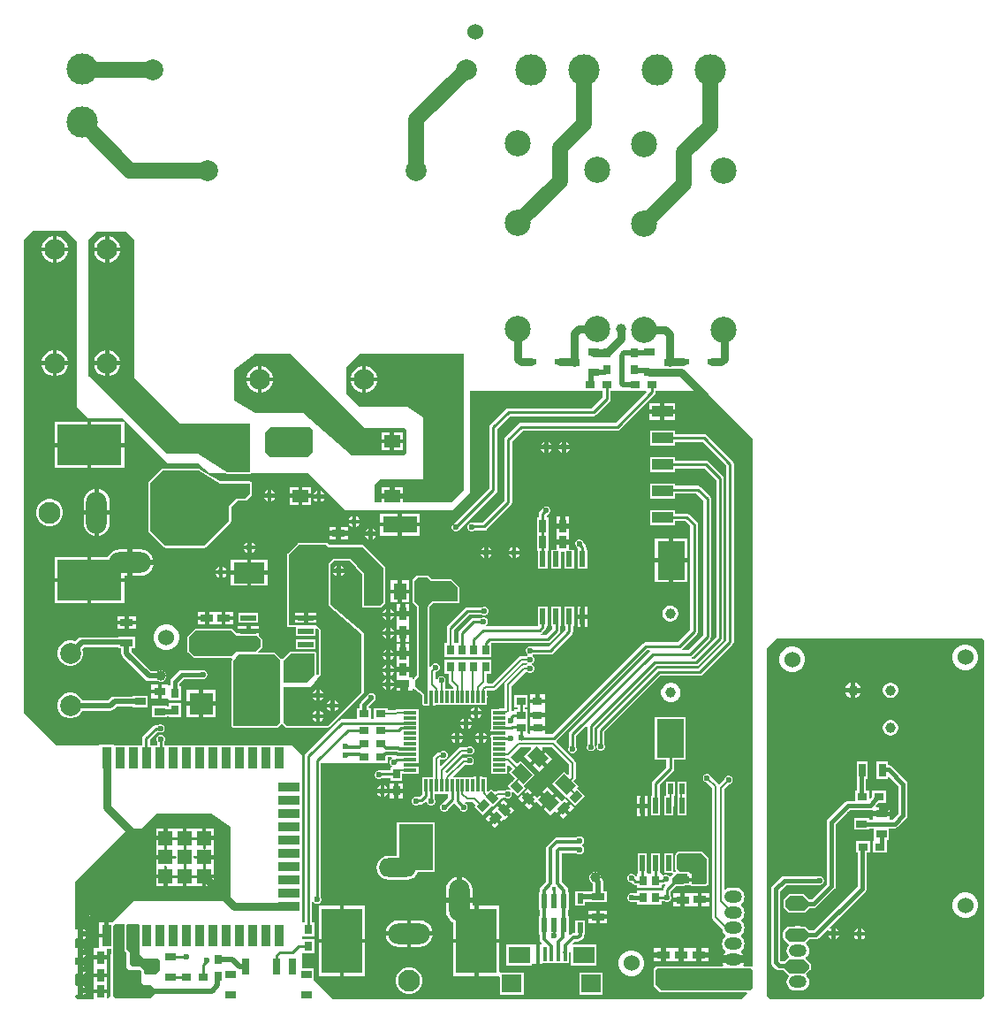
<source format=gtl>
G04*
G04 #@! TF.GenerationSoftware,Altium Limited,Altium Designer,21.1.1 (26)*
G04*
G04 Layer_Physical_Order=1*
G04 Layer_Color=255*
%FSLAX25Y25*%
%MOIN*%
G70*
G04*
G04 #@! TF.SameCoordinates,D2CF5B13-6A79-4D9C-8E4E-AA6CB0D1C9A8*
G04*
G04*
G04 #@! TF.FilePolarity,Positive*
G04*
G01*
G75*
%ADD21C,0.01000*%
%ADD23R,0.04134X0.02165*%
%ADD24R,0.02756X0.05118*%
%ADD25R,0.07874X0.04331*%
%ADD26R,0.01968X0.05906*%
%ADD27R,0.03800X0.03100*%
%ADD28R,0.04331X0.03150*%
%ADD29R,0.03100X0.03800*%
%ADD30R,0.04724X0.06299*%
%ADD31R,0.12992X0.06299*%
G04:AMPARAMS|DCode=32|XSize=31mil|YSize=38mil|CornerRadius=0mil|HoleSize=0mil|Usage=FLASHONLY|Rotation=135.000|XOffset=0mil|YOffset=0mil|HoleType=Round|Shape=Rectangle|*
%AMROTATEDRECTD32*
4,1,4,0.02439,0.00248,-0.00248,-0.02439,-0.02439,-0.00248,0.00248,0.02439,0.02439,0.00248,0.0*
%
%ADD32ROTATEDRECTD32*%

G04:AMPARAMS|DCode=33|XSize=31mil|YSize=38mil|CornerRadius=0mil|HoleSize=0mil|Usage=FLASHONLY|Rotation=45.000|XOffset=0mil|YOffset=0mil|HoleType=Round|Shape=Rectangle|*
%AMROTATEDRECTD33*
4,1,4,0.00248,-0.02439,-0.02439,0.00248,-0.00248,0.02439,0.02439,-0.00248,0.00248,-0.02439,0.0*
%
%ADD33ROTATEDRECTD33*%

G04:AMPARAMS|DCode=34|XSize=62.99mil|YSize=49.21mil|CornerRadius=0mil|HoleSize=0mil|Usage=FLASHONLY|Rotation=315.000|XOffset=0mil|YOffset=0mil|HoleType=Round|Shape=Rectangle|*
%AMROTATEDRECTD34*
4,1,4,-0.03967,0.00487,-0.00487,0.03967,0.03967,-0.00487,0.00487,-0.03967,-0.03967,0.00487,0.0*
%
%ADD34ROTATEDRECTD34*%

%ADD35R,0.01181X0.04724*%
%ADD36R,0.04724X0.01181*%
%ADD37R,0.02362X0.05354*%
%ADD38R,0.02165X0.04134*%
%ADD39R,0.05118X0.02756*%
%ADD40R,0.01968X0.03937*%
%ADD41R,0.10236X0.14567*%
%ADD42R,0.01575X0.05315*%
%ADD43R,0.08268X0.06299*%
%ADD44R,0.07480X0.07087*%
%ADD45R,0.12992X0.17323*%
%ADD46R,0.15354X0.24410*%
%ADD47R,0.02756X0.05906*%
%ADD48R,0.03937X0.03150*%
%ADD49R,0.05236X0.05236*%
%ADD50R,0.03543X0.07874*%
%ADD51R,0.07874X0.03543*%
%ADD52R,0.17323X0.12992*%
%ADD53R,0.24410X0.15354*%
%ADD54R,0.05118X0.13386*%
%ADD55R,0.05906X0.01968*%
%ADD56R,0.08858X0.08346*%
%ADD57R,0.11811X0.07874*%
%ADD58R,0.06299X0.06299*%
%ADD59R,0.06102X0.04724*%
%ADD101C,0.08268*%
%ADD111C,0.00800*%
%ADD112C,0.03000*%
%ADD113C,0.01470*%
%ADD114C,0.01100*%
%ADD115C,0.01200*%
%ADD116C,0.01500*%
%ADD117C,0.02000*%
%ADD118C,0.06000*%
%ADD119C,0.04500*%
%ADD120R,0.06437X0.04941*%
%ADD121O,0.06693X0.04724*%
%ADD122C,0.06000*%
%ADD123C,0.03937*%
%ADD124C,0.07874*%
%ADD125O,0.15748X0.07874*%
%ADD126O,0.07874X0.15748*%
%ADD127O,0.14173X0.07087*%
%ADD128C,0.01181*%
%ADD129C,0.09843*%
%ADD130C,0.11811*%
%ADD131O,0.07087X0.14173*%
%ADD132C,0.02362*%
%ADD133C,0.01772*%
G36*
X131886Y216145D02*
X146854Y216138D01*
X147638Y215354D01*
X147638Y206693D01*
X146851Y205906D01*
X126871Y205906D01*
X108685Y221654D01*
X90551Y221654D01*
X82677Y226378D01*
Y238189D01*
X90551Y244094D01*
X103937D01*
X131886Y216145D01*
D02*
G37*
G36*
X112205Y215354D02*
Y207087D01*
X110236Y205118D01*
X96063D01*
X94095Y207087D01*
Y214567D01*
X96063Y216535D01*
X111024D01*
X112205Y215354D01*
D02*
G37*
G36*
X41943Y290158D02*
X44882Y287218D01*
X44882Y235039D01*
X62205Y217717D01*
X88583Y217717D01*
X88583Y199606D01*
X79875Y199606D01*
X68851Y206299D01*
X57086Y206299D01*
X27559Y235827D01*
X27559Y287259D01*
X30458Y290158D01*
X32283Y290158D01*
X41943Y290158D01*
D02*
G37*
G36*
X169291Y244094D02*
X169291Y192822D01*
X164989Y188189D01*
X146177D01*
Y189531D01*
X142126D01*
X138075D01*
Y188189D01*
X135433D01*
Y194488D01*
X137402Y196850D01*
X153937D01*
Y220079D01*
X148031Y224016D01*
X129921D01*
X124803Y229134D01*
Y238976D01*
X129921Y244094D01*
X169291Y244094D01*
D02*
G37*
G36*
X19094Y290413D02*
X19095Y290413D01*
X22244Y287264D01*
X22244Y287264D01*
X22274Y287293D01*
X23248Y286319D01*
Y224035D01*
X27539Y219744D01*
X40571D01*
X57421Y202894D01*
X68858D01*
X73287Y199016D01*
X79472D01*
X79504Y198996D01*
X79556Y198977D01*
X79602Y198947D01*
X79686Y198930D01*
X79766Y198901D01*
X79821Y198903D01*
X79875Y198893D01*
X88583Y198893D01*
X88856Y198947D01*
X88959Y199016D01*
X110551D01*
X124370Y185197D01*
X162343D01*
X164823Y185197D01*
X171516Y191890D01*
Y230157D01*
X214184D01*
Y230137D01*
X219384D01*
Y230157D01*
X220484D01*
Y230137D01*
X221606D01*
Y227653D01*
X217478Y223526D01*
X186102D01*
X185537Y223413D01*
X185057Y223093D01*
X179329Y217364D01*
X179008Y216885D01*
X178896Y216319D01*
Y193392D01*
X165664Y180160D01*
X165397Y180050D01*
X164950Y179603D01*
X164708Y179019D01*
Y178387D01*
X164950Y177803D01*
X165397Y177356D01*
X165981Y177114D01*
X166613D01*
X167197Y177356D01*
X167644Y177803D01*
X167755Y178070D01*
X181419Y191734D01*
X181740Y192214D01*
X181852Y192779D01*
Y215706D01*
X186715Y220569D01*
X218091D01*
X218656Y220681D01*
X219136Y221002D01*
X224130Y225995D01*
X224450Y226475D01*
X224563Y227041D01*
Y230137D01*
X225684D01*
Y230157D01*
X231258D01*
Y230137D01*
X236458D01*
Y230157D01*
X237558D01*
Y230137D01*
X237885D01*
X238077Y229675D01*
X226474Y218073D01*
X190866D01*
X190300Y217960D01*
X189821Y217640D01*
X184899Y212719D01*
X184579Y212239D01*
X184467Y211673D01*
Y188624D01*
X176277Y180435D01*
X172146D01*
X172108Y180428D01*
X171830D01*
X171246Y180186D01*
X170799Y179739D01*
X170557Y179155D01*
Y178523D01*
X170799Y177938D01*
X171246Y177491D01*
X171830Y177250D01*
X172462D01*
X173014Y177478D01*
X176890D01*
X177455Y177591D01*
X177935Y177911D01*
X186990Y186966D01*
X187311Y187446D01*
X187423Y188012D01*
Y211061D01*
X191479Y215116D01*
X227087D01*
X227652Y215229D01*
X228132Y215549D01*
X241203Y228620D01*
X241524Y229100D01*
X241636Y229666D01*
Y230137D01*
X242758D01*
Y230157D01*
X260177D01*
X278073Y212262D01*
X278073Y138583D01*
X278181Y138036D01*
X278209Y137995D01*
Y13381D01*
X278208Y13381D01*
X277978Y13216D01*
X277709Y13136D01*
X277673Y13159D01*
X277673Y13159D01*
X277673Y13160D01*
X277532Y13187D01*
X277400Y13214D01*
X274731D01*
X274485Y13714D01*
X274813Y14141D01*
X274894Y14337D01*
X266890D01*
X266971Y14141D01*
X267299Y13714D01*
X267053Y13214D01*
X242191Y13214D01*
X242190Y13214D01*
X242190Y13214D01*
X242049Y13185D01*
X241917Y13159D01*
X241917Y13159D01*
X241917Y13159D01*
X241794Y13077D01*
X241686Y13005D01*
X241686Y13005D01*
X241686Y13004D01*
X240995Y12313D01*
X240910Y12185D01*
X240840Y12082D01*
X240840Y12082D01*
X240840Y12082D01*
X240812Y11941D01*
X240786Y11809D01*
X240786Y6300D01*
X240817Y6147D01*
X240841Y6027D01*
X240841Y6027D01*
X240841Y6027D01*
X240918Y5911D01*
X240995Y5796D01*
X243295Y3495D01*
X243295Y3495D01*
X243430Y3405D01*
X243527Y3341D01*
X243527Y3341D01*
X243527Y3341D01*
X243683Y3309D01*
X243800Y3286D01*
X243800Y3286D01*
X243800Y3286D01*
X275951Y3286D01*
X276142Y2824D01*
X273958Y640D01*
X119872D01*
X112947Y7565D01*
X112708Y7961D01*
X112708D01*
X112708Y7961D01*
Y12511D01*
X108268D01*
Y17812D01*
X108380Y18266D01*
X112880D01*
Y23466D01*
X108380D01*
X108268Y23919D01*
Y24112D01*
X108380Y24566D01*
X108768Y24566D01*
X112880D01*
Y29766D01*
X112057D01*
Y37457D01*
X112557Y37557D01*
X112626Y37390D01*
X113073Y36943D01*
X113657Y36702D01*
X114289D01*
X114873Y36943D01*
X115320Y37390D01*
X115562Y37974D01*
Y38607D01*
X115320Y39191D01*
X115279Y39232D01*
Y89617D01*
X115601Y89750D01*
X140474D01*
Y91986D01*
X141965D01*
X142064Y91486D01*
X142013Y91465D01*
X141566Y91018D01*
X141324Y90434D01*
Y89802D01*
X141566Y89218D01*
X142013Y88771D01*
X142064Y88750D01*
X141965Y88250D01*
X141549D01*
Y87128D01*
X137520D01*
X136954Y87016D01*
X136608Y86784D01*
X136265Y86642D01*
X135818Y86195D01*
X135576Y85611D01*
Y84979D01*
X135818Y84395D01*
X136265Y83948D01*
X136849Y83706D01*
X137481D01*
X138066Y83948D01*
X138289Y84172D01*
X141549D01*
Y83050D01*
X146049D01*
Y85820D01*
X148957D01*
X149429Y85914D01*
X152078D01*
Y87583D01*
X152378D01*
Y88423D01*
X152078D01*
Y88495D01*
X149191D01*
X149016Y88530D01*
Y89714D01*
X149562Y89823D01*
X149604Y89851D01*
X152078D01*
Y89923D01*
X152378D01*
Y90764D01*
X152078D01*
Y94401D01*
X152078D01*
Y99694D01*
X152078D01*
Y101662D01*
Y105599D01*
Y110149D01*
X149191D01*
X149016Y110184D01*
X143996D01*
X143489Y110083D01*
X143059Y109795D01*
X142935Y109672D01*
X140474D01*
Y110597D01*
X135274D01*
Y106349D01*
X134174D01*
Y110597D01*
X133441D01*
X133356Y111097D01*
X135560Y113300D01*
X135560Y113300D01*
X135924Y113846D01*
X136052Y114489D01*
X136052Y114489D01*
Y114508D01*
X135924Y115152D01*
X135560Y115698D01*
X135014Y116062D01*
X134370Y116190D01*
X133726Y116062D01*
X133180Y115698D01*
X133143Y115642D01*
X130425Y112923D01*
X130060Y112377D01*
X129932Y111733D01*
Y110597D01*
X128974D01*
Y106349D01*
X123209D01*
X123209Y106349D01*
X122662Y106240D01*
X122199Y105931D01*
X122199Y105931D01*
X109621Y93352D01*
X109311Y92889D01*
X109203Y92343D01*
X109203Y92343D01*
Y30119D01*
X108849Y29766D01*
X108380Y29766D01*
X108268Y30219D01*
Y32996D01*
X108283D01*
Y38539D01*
X108268D01*
Y92835D01*
X104646Y96457D01*
X56270D01*
Y98211D01*
X56432Y98601D01*
Y99233D01*
X56190Y99817D01*
X55743Y100264D01*
X55159Y100506D01*
X54526D01*
X53942Y100264D01*
X53496Y99817D01*
X53254Y99233D01*
Y98601D01*
X53415Y98211D01*
Y96457D01*
X50788D01*
Y98375D01*
X53715Y101303D01*
X54413D01*
X54455Y101285D01*
X55088D01*
X55672Y101527D01*
X56119Y101974D01*
X56360Y102558D01*
Y103190D01*
X56119Y103774D01*
X55672Y104221D01*
X55088Y104463D01*
X54455D01*
X53871Y104221D01*
X53808Y104157D01*
X53124D01*
X53124Y104157D01*
X52578Y104049D01*
X52114Y103739D01*
X52114Y103739D01*
X48351Y99976D01*
X48041Y99513D01*
X47933Y98966D01*
X47933Y98966D01*
Y96457D01*
X37181D01*
Y96669D01*
X31638D01*
Y96457D01*
X15492D01*
X3287Y108661D01*
Y287264D01*
X6437Y290413D01*
X18655D01*
X19094Y290413D01*
D02*
G37*
G36*
X81063Y65748D02*
Y39291D01*
X78701Y37677D01*
X44587D01*
X36650Y29740D01*
X35160D01*
Y24803D01*
X34410D01*
Y24053D01*
X31638D01*
Y20095D01*
X29709D01*
Y17285D01*
X32087D01*
X34465D01*
Y19866D01*
X36235D01*
X36235Y18105D01*
X35827Y17697D01*
X35827Y1969D01*
X34965Y1106D01*
X34465Y1314D01*
Y3069D01*
X32087D01*
X29709D01*
Y807D01*
X23445Y807D01*
X22638Y1614D01*
Y2271D01*
X23100Y2462D01*
X23238Y2324D01*
X23473Y2227D01*
Y4173D01*
Y6120D01*
X23238Y6022D01*
X23100Y5884D01*
X22638Y6076D01*
Y10091D01*
X23100Y10282D01*
X23238Y10144D01*
X23473Y10047D01*
Y11993D01*
Y13940D01*
X23238Y13842D01*
X23100Y13704D01*
X22638Y13896D01*
Y16414D01*
X23100Y16605D01*
X23238Y16467D01*
X23473Y16370D01*
Y18316D01*
Y20263D01*
X23238Y20165D01*
X23100Y20027D01*
X22638Y20219D01*
Y23610D01*
X23138Y23817D01*
X23410Y23545D01*
X23646Y23447D01*
Y25394D01*
Y27340D01*
X23410Y27243D01*
X23138Y26970D01*
X22638Y27178D01*
Y29112D01*
X22618Y29101D01*
Y44980D01*
X42598Y64961D01*
X47500D01*
X53465Y70728D01*
X73957D01*
X81063Y65748D01*
D02*
G37*
G36*
X46870Y28780D02*
X46870Y17913D01*
X48544Y16240D01*
X53425D01*
X54724Y15338D01*
Y11890D01*
X52894Y10059D01*
X49065D01*
X48493Y10631D01*
X48493Y11743D01*
X47244Y12992D01*
X44311Y12992D01*
X43366Y13937D01*
Y18386D01*
X42011Y19741D01*
Y28822D01*
X42244Y29055D01*
X46595D01*
X46870Y28780D01*
D02*
G37*
G36*
X278200Y11700D02*
X278200Y5100D01*
X277100Y4000D01*
X243800Y4000D01*
X241500Y6300D01*
X241500Y11809D01*
X242191Y12500D01*
X277400Y12500D01*
X278200Y11700D01*
D02*
G37*
G36*
X47461Y7205D02*
X48524Y6142D01*
X51102D01*
X52638Y4882D01*
Y2913D01*
X51102Y1260D01*
X45453D01*
X45453Y1260D01*
X45453Y1261D01*
Y7205D01*
X47461D01*
X47461Y7205D01*
Y7205D01*
D02*
G37*
G36*
X41260Y29055D02*
Y18976D01*
X41969Y18268D01*
X41969Y12697D01*
X42795Y11870D01*
X46949D01*
X47461Y11358D01*
Y7205D01*
X45453Y7205D01*
X45453Y1260D01*
X37874Y1260D01*
X36949Y2185D01*
X36949Y28484D01*
X37481Y29055D01*
X41260Y29055D01*
D02*
G37*
G36*
X364744Y136634D02*
X365649Y135728D01*
X365650Y2224D01*
X364331Y905D01*
X284646D01*
X283500Y2051D01*
X283500Y132996D01*
X287107Y136634D01*
X364744Y136634D01*
D02*
G37*
%LPC*%
G36*
X92927Y239328D02*
Y235168D01*
X97087D01*
X96778Y236324D01*
X96128Y237450D01*
X95209Y238369D01*
X94083Y239019D01*
X92927Y239328D01*
D02*
G37*
G36*
X91427Y239328D02*
X90272Y239019D01*
X89146Y238369D01*
X88227Y237450D01*
X87577Y236324D01*
X87267Y235168D01*
X91427D01*
Y239328D01*
D02*
G37*
G36*
X97087Y233668D02*
X92927D01*
Y229508D01*
X94083Y229818D01*
X95209Y230468D01*
X96128Y231387D01*
X96778Y232512D01*
X97087Y233668D01*
D02*
G37*
G36*
X91427D02*
X87267D01*
X87577Y232512D01*
X88227Y231387D01*
X89146Y230468D01*
X90272Y229818D01*
X91427Y229508D01*
Y233668D01*
D02*
G37*
G36*
X146177Y214405D02*
X142876D01*
Y211793D01*
X146177D01*
Y214405D01*
D02*
G37*
G36*
X141376D02*
X138075D01*
Y211793D01*
X141376D01*
Y214405D01*
D02*
G37*
G36*
X146177Y210293D02*
X142876D01*
Y207681D01*
X146177D01*
Y210293D01*
D02*
G37*
G36*
X141376D02*
X138075D01*
Y207681D01*
X141376D01*
Y210293D01*
D02*
G37*
G36*
X35396Y288375D02*
Y284215D01*
X39556D01*
X39246Y285370D01*
X38596Y286496D01*
X37677Y287415D01*
X36551Y288065D01*
X35396Y288375D01*
D02*
G37*
G36*
X33896Y288375D02*
X32740Y288065D01*
X31614Y287415D01*
X30695Y286496D01*
X30045Y285370D01*
X29735Y284215D01*
X33896D01*
Y288375D01*
D02*
G37*
G36*
X39556Y282715D02*
X35396D01*
Y278554D01*
X36551Y278864D01*
X37677Y279514D01*
X38596Y280433D01*
X39246Y281559D01*
X39556Y282715D01*
D02*
G37*
G36*
X33896D02*
X29735D01*
X30045Y281559D01*
X30695Y280433D01*
X31614Y279514D01*
X32740Y278864D01*
X33896Y278554D01*
Y282715D01*
D02*
G37*
G36*
X35396Y245461D02*
Y241301D01*
X39556D01*
X39246Y242457D01*
X38596Y243583D01*
X37677Y244502D01*
X36551Y245152D01*
X35396Y245461D01*
D02*
G37*
G36*
X33896Y245461D02*
X32740Y245152D01*
X31614Y244502D01*
X30695Y243583D01*
X30045Y242457D01*
X29735Y241301D01*
X33896D01*
Y245461D01*
D02*
G37*
G36*
X39556Y239801D02*
X35396D01*
Y235641D01*
X36551Y235951D01*
X37677Y236601D01*
X38596Y237520D01*
X39246Y238646D01*
X39556Y239801D01*
D02*
G37*
G36*
X33896D02*
X29735D01*
X30045Y238646D01*
X30695Y237520D01*
X31614Y236601D01*
X32740Y235951D01*
X33896Y235641D01*
Y239801D01*
D02*
G37*
G36*
X132297Y239328D02*
Y235168D01*
X136457D01*
X136148Y236324D01*
X135498Y237450D01*
X134579Y238369D01*
X133453Y239019D01*
X132297Y239328D01*
D02*
G37*
G36*
X130797Y239328D02*
X129642Y239019D01*
X128516Y238369D01*
X127597Y237450D01*
X126947Y236324D01*
X126637Y235168D01*
X130797D01*
Y239328D01*
D02*
G37*
G36*
Y233668D02*
X126637D01*
X126947Y232512D01*
X127597Y231387D01*
X128516Y230468D01*
X129642Y229818D01*
X130797Y229508D01*
Y233668D01*
D02*
G37*
G36*
X136458D02*
X132297D01*
Y229508D01*
X133453Y229818D01*
X134579Y230468D01*
X135498Y231387D01*
X136148Y232512D01*
X136458Y233668D01*
D02*
G37*
G36*
X146177Y193894D02*
X143126D01*
Y191531D01*
X146177D01*
Y193894D01*
D02*
G37*
G36*
X141126D02*
X138075D01*
Y191531D01*
X141126D01*
Y193894D01*
D02*
G37*
G36*
X15711Y288375D02*
Y284214D01*
X19871D01*
X19561Y285370D01*
X18911Y286496D01*
X17992Y287415D01*
X16866Y288065D01*
X15711Y288375D01*
D02*
G37*
G36*
X14211Y288375D02*
X13055Y288065D01*
X11929Y287415D01*
X11010Y286496D01*
X10360Y285370D01*
X10050Y284214D01*
X14211D01*
Y288375D01*
D02*
G37*
G36*
Y282715D02*
X10050D01*
X10360Y281559D01*
X11010Y280433D01*
X11929Y279514D01*
X13055Y278864D01*
X14211Y278554D01*
Y282715D01*
D02*
G37*
G36*
X19871D02*
X15711D01*
Y278554D01*
X16866Y278864D01*
X17992Y279514D01*
X18911Y280433D01*
X19561Y281559D01*
X19871Y282715D01*
D02*
G37*
G36*
X15711Y245461D02*
Y241301D01*
X19871D01*
X19561Y242457D01*
X18911Y243583D01*
X17992Y244502D01*
X16866Y245152D01*
X15711Y245461D01*
D02*
G37*
G36*
X14211Y245461D02*
X13055Y245152D01*
X11929Y244502D01*
X11010Y243583D01*
X10360Y242457D01*
X10050Y241301D01*
X14211D01*
Y245461D01*
D02*
G37*
G36*
Y239801D02*
X10050D01*
X10360Y238646D01*
X11010Y237520D01*
X11929Y236601D01*
X13055Y235951D01*
X14211Y235641D01*
Y239801D01*
D02*
G37*
G36*
X19871D02*
X15711D01*
Y235641D01*
X16866Y235951D01*
X17992Y236601D01*
X18911Y237520D01*
X19561Y238646D01*
X19871Y239801D01*
D02*
G37*
G36*
X249031Y225528D02*
X244844D01*
Y223112D01*
X249031D01*
Y225528D01*
D02*
G37*
G36*
X243344D02*
X239158D01*
Y223112D01*
X243344D01*
Y225528D01*
D02*
G37*
G36*
X249031Y221612D02*
X244844D01*
Y219197D01*
X249031D01*
Y221612D01*
D02*
G37*
G36*
X243344D02*
X239158D01*
Y219197D01*
X243344D01*
Y221612D01*
D02*
G37*
G36*
X41157Y218323D02*
X28703D01*
Y210396D01*
X41157D01*
Y218323D01*
D02*
G37*
G36*
X27203D02*
X14748D01*
Y210396D01*
X27203D01*
Y218323D01*
D02*
G37*
G36*
X207778Y211027D02*
Y209726D01*
X209078D01*
X208877Y210212D01*
X208263Y210825D01*
X207778Y211027D01*
D02*
G37*
G36*
X206278D02*
X205792Y210825D01*
X205178Y210212D01*
X204977Y209726D01*
X206278D01*
Y211027D01*
D02*
G37*
G36*
X201085D02*
Y209726D01*
X202385D01*
X202184Y210212D01*
X201570Y210825D01*
X201085Y211027D01*
D02*
G37*
G36*
X199585D02*
X199099Y210825D01*
X198486Y210212D01*
X198284Y209726D01*
X199585D01*
Y211027D01*
D02*
G37*
G36*
X209078Y208226D02*
X207778D01*
Y206926D01*
X208263Y207127D01*
X208877Y207741D01*
X209078Y208226D01*
D02*
G37*
G36*
X206278D02*
X204977D01*
X205178Y207741D01*
X205792Y207127D01*
X206278Y206926D01*
Y208226D01*
D02*
G37*
G36*
X202385D02*
X201085D01*
Y206926D01*
X201570Y207127D01*
X202184Y207741D01*
X202385Y208226D01*
D02*
G37*
G36*
X199585D02*
X198284D01*
X198486Y207741D01*
X199099Y207127D01*
X199585Y206926D01*
Y208226D01*
D02*
G37*
G36*
X41157Y208896D02*
X28703D01*
Y200969D01*
X41157D01*
Y208896D01*
D02*
G37*
G36*
X27203D02*
X14748D01*
Y200969D01*
X27203D01*
Y208896D01*
D02*
G37*
G36*
X55512Y200714D02*
X55469Y200705D01*
X55426Y200709D01*
X55406Y200702D01*
X55386Y200702D01*
X55314Y200674D01*
X55239Y200659D01*
X55203Y200635D01*
X55161Y200622D01*
X55146Y200608D01*
X55126Y200601D01*
X55071Y200547D01*
X55007Y200505D01*
X50283Y195780D01*
X50128Y195549D01*
X50074Y195276D01*
Y177559D01*
X50128Y177286D01*
X50283Y177054D01*
X56188Y171149D01*
X56420Y170994D01*
X56693Y170940D01*
X71260Y170940D01*
X71533Y170994D01*
X71533Y170994D01*
X71765Y171149D01*
X73733Y173117D01*
X81213Y180598D01*
X81368Y180829D01*
X81422Y181102D01*
Y186319D01*
X83760Y188656D01*
X86614D01*
X86887Y188711D01*
X87119Y188865D01*
X89087Y190834D01*
X89242Y191066D01*
X89296Y191339D01*
Y195276D01*
X89242Y195549D01*
X89087Y195780D01*
X88856Y195935D01*
X88583Y195989D01*
X77363D01*
X69658Y200612D01*
X69609Y200630D01*
X69564Y200659D01*
X69479Y200676D01*
X69396Y200706D01*
X69343Y200703D01*
X69291Y200714D01*
X55512D01*
X55512Y200714D01*
D02*
G37*
G36*
X96675Y192680D02*
Y191380D01*
X97975D01*
X97774Y191865D01*
X97161Y192479D01*
X96675Y192680D01*
D02*
G37*
G36*
X95175D02*
X94690Y192479D01*
X94076Y191865D01*
X93875Y191380D01*
X95175D01*
Y192680D01*
D02*
G37*
G36*
X111531Y193894D02*
X108230D01*
Y191281D01*
X111531D01*
Y193894D01*
D02*
G37*
G36*
X106730D02*
X103429D01*
Y191281D01*
X106730D01*
Y193894D01*
D02*
G37*
G36*
X115317Y192404D02*
Y191104D01*
X116617D01*
X116416Y191590D01*
X115802Y192203D01*
X115317Y192404D01*
D02*
G37*
G36*
X113817D02*
X113331Y192203D01*
X112718Y191590D01*
X112517Y191104D01*
X113817D01*
Y192404D01*
D02*
G37*
G36*
X97975Y189880D02*
X96675D01*
Y188580D01*
X97161Y188781D01*
X97774Y189394D01*
X97975Y189880D01*
D02*
G37*
G36*
X95175D02*
X93875D01*
X94076Y189394D01*
X94690Y188781D01*
X95175Y188580D01*
Y189880D01*
D02*
G37*
G36*
X116617Y189604D02*
X115317D01*
Y188304D01*
X115802Y188505D01*
X116416Y189119D01*
X116617Y189604D01*
D02*
G37*
G36*
X113817D02*
X112517D01*
X112718Y189119D01*
X113331Y188505D01*
X113817Y188304D01*
Y189604D01*
D02*
G37*
G36*
X111531Y189781D02*
X108230D01*
Y187169D01*
X111531D01*
Y189781D01*
D02*
G37*
G36*
X106730D02*
X103429D01*
Y187169D01*
X106730D01*
Y189781D01*
D02*
G37*
G36*
X31459Y193070D02*
Y185002D01*
X35688D01*
Y188189D01*
X35519Y189478D01*
X35021Y190679D01*
X34230Y191710D01*
X33198Y192501D01*
X31997Y192999D01*
X31459Y193070D01*
D02*
G37*
G36*
X29959Y193070D02*
X29420Y192999D01*
X28219Y192501D01*
X27187Y191710D01*
X26396Y190679D01*
X25899Y189478D01*
X25729Y188189D01*
Y185002D01*
X29959D01*
Y193070D01*
D02*
G37*
G36*
X128604Y182857D02*
Y181557D01*
X129904D01*
X129703Y182043D01*
X129090Y182656D01*
X128604Y182857D01*
D02*
G37*
G36*
X127104D02*
X126619Y182656D01*
X126005Y182043D01*
X125804Y181557D01*
X127104D01*
Y182857D01*
D02*
G37*
G36*
X152575Y183874D02*
X145829D01*
Y180474D01*
X152575D01*
Y183874D01*
D02*
G37*
G36*
X144329D02*
X137583D01*
Y180474D01*
X144329D01*
Y183874D01*
D02*
G37*
G36*
X208913Y182811D02*
X207535D01*
Y180252D01*
X208913D01*
Y182811D01*
D02*
G37*
G36*
X205535D02*
X204157D01*
Y180252D01*
X205535D01*
Y182811D01*
D02*
G37*
G36*
X13655Y189286D02*
X12329D01*
X11049Y188943D01*
X9901Y188280D01*
X8964Y187343D01*
X8301Y186195D01*
X7958Y184915D01*
Y183589D01*
X8301Y182309D01*
X8964Y181161D01*
X9901Y180224D01*
X11049Y179561D01*
X12329Y179218D01*
X13655D01*
X14935Y179561D01*
X16083Y180224D01*
X17020Y181161D01*
X17683Y182309D01*
X18026Y183589D01*
Y184915D01*
X17683Y186195D01*
X17020Y187343D01*
X16083Y188280D01*
X14935Y188943D01*
X13655Y189286D01*
D02*
G37*
G36*
X129904Y180057D02*
X128604D01*
Y178757D01*
X129090Y178958D01*
X129703Y179572D01*
X129904Y180057D01*
D02*
G37*
G36*
X127104D02*
X125804D01*
X126005Y179572D01*
X126619Y178958D01*
X127104Y178757D01*
Y180057D01*
D02*
G37*
G36*
X125547Y178933D02*
X122988D01*
Y177555D01*
X125547D01*
Y178933D01*
D02*
G37*
G36*
X120988D02*
X118429D01*
Y177555D01*
X120988D01*
Y178933D01*
D02*
G37*
G36*
X134726Y178349D02*
Y177049D01*
X136027D01*
X135825Y177535D01*
X135212Y178148D01*
X134726Y178349D01*
D02*
G37*
G36*
X133226D02*
X132741Y178148D01*
X132127Y177535D01*
X131926Y177049D01*
X133226D01*
Y178349D01*
D02*
G37*
G36*
X152575Y178974D02*
X145829D01*
Y175575D01*
X152575D01*
Y178974D01*
D02*
G37*
G36*
X144329D02*
X137583D01*
Y175575D01*
X144329D01*
Y178974D01*
D02*
G37*
G36*
X35688Y183502D02*
X31459D01*
Y175434D01*
X31997Y175505D01*
X33198Y176003D01*
X34230Y176794D01*
X35021Y177825D01*
X35519Y179026D01*
X35688Y180315D01*
Y183502D01*
D02*
G37*
G36*
X29959D02*
X25729D01*
Y180315D01*
X25899Y179026D01*
X26396Y177825D01*
X27187Y176794D01*
X28219Y176003D01*
X29420Y175505D01*
X29959Y175434D01*
Y183502D01*
D02*
G37*
G36*
X136027Y175549D02*
X134726D01*
Y174249D01*
X135212Y174450D01*
X135825Y175064D01*
X136027Y175549D01*
D02*
G37*
G36*
X133226D02*
X131926D01*
X132127Y175064D01*
X132741Y174450D01*
X133226Y174249D01*
Y175549D01*
D02*
G37*
G36*
X125547Y175555D02*
X122988D01*
Y174177D01*
X125547D01*
Y175555D01*
D02*
G37*
G36*
X120988D02*
X118429D01*
Y174177D01*
X120988D01*
Y175555D01*
D02*
G37*
G36*
X208913Y178252D02*
X206535D01*
X204157D01*
Y176689D01*
X204138D01*
Y174130D01*
X206516D01*
X208894D01*
Y175693D01*
X208913D01*
Y178252D01*
D02*
G37*
G36*
X89096Y173113D02*
Y171813D01*
X90397D01*
X90196Y172299D01*
X89582Y172912D01*
X89096Y173113D01*
D02*
G37*
G36*
X87596D02*
X87111Y172912D01*
X86497Y172299D01*
X86296Y171813D01*
X87596D01*
Y173113D01*
D02*
G37*
G36*
X178396Y171248D02*
Y169948D01*
X179696D01*
X179495Y170433D01*
X178882Y171047D01*
X178396Y171248D01*
D02*
G37*
G36*
X176896D02*
X176410Y171047D01*
X175797Y170433D01*
X175596Y169948D01*
X176896D01*
Y171248D01*
D02*
G37*
G36*
X189018Y171243D02*
Y169943D01*
X190318D01*
X190117Y170428D01*
X189503Y171042D01*
X189018Y171243D01*
D02*
G37*
G36*
X187518D02*
X187032Y171042D01*
X186419Y170428D01*
X186218Y169943D01*
X187518D01*
Y171243D01*
D02*
G37*
G36*
X90397Y170313D02*
X89096D01*
Y169013D01*
X89582Y169214D01*
X90196Y169827D01*
X90397Y170313D01*
D02*
G37*
G36*
X87596D02*
X86296D01*
X86497Y169827D01*
X87111Y169214D01*
X87596Y169013D01*
Y170313D01*
D02*
G37*
G36*
X179696Y168448D02*
X178396D01*
Y167148D01*
X178882Y167349D01*
X179495Y167963D01*
X179696Y168448D01*
D02*
G37*
G36*
X176896D02*
X175596D01*
X175797Y167963D01*
X176410Y167349D01*
X176896Y167148D01*
Y168448D01*
D02*
G37*
G36*
X190318Y168443D02*
X189018D01*
Y167143D01*
X189503Y167344D01*
X190117Y167957D01*
X190318Y168443D01*
D02*
G37*
G36*
X187518D02*
X186218D01*
X186419Y167957D01*
X187032Y167344D01*
X187518Y167143D01*
Y168443D01*
D02*
G37*
G36*
X253566Y174546D02*
X248198D01*
Y167013D01*
X253566D01*
Y174546D01*
D02*
G37*
G36*
X246698D02*
X241330D01*
Y167013D01*
X246698D01*
Y174546D01*
D02*
G37*
G36*
X47244Y170334D02*
X44307D01*
Y166354D01*
X52092D01*
X52054Y166643D01*
X51557Y167844D01*
X50765Y168876D01*
X49734Y169667D01*
X48533Y170164D01*
X47244Y170334D01*
D02*
G37*
G36*
X122778Y164393D02*
Y163093D01*
X124078D01*
X123877Y163578D01*
X123263Y164192D01*
X122778Y164393D01*
D02*
G37*
G36*
X121278D02*
X120792Y164192D01*
X120178Y163578D01*
X119977Y163093D01*
X121278D01*
Y164393D01*
D02*
G37*
G36*
X213092Y174187D02*
X212459D01*
X211876Y173945D01*
X211428Y173498D01*
X211187Y172915D01*
Y172282D01*
X211428Y171698D01*
X211484Y171643D01*
X211766Y171221D01*
X212264Y170723D01*
X212371Y170267D01*
X212371D01*
Y162961D01*
X215739D01*
Y170267D01*
X215482D01*
Y170950D01*
X215483Y170950D01*
X215374Y171496D01*
X215065Y171960D01*
X215064Y171960D01*
X214365Y172660D01*
Y172915D01*
X214123Y173498D01*
X213676Y173945D01*
X213092Y174187D01*
D02*
G37*
G36*
X208894Y172130D02*
X206516D01*
X204138D01*
Y170267D01*
X202371D01*
Y162961D01*
X205739D01*
Y169571D01*
X207371D01*
Y162961D01*
X210739D01*
Y170267D01*
X208894D01*
Y172130D01*
D02*
G37*
G36*
X200651Y186550D02*
X200019D01*
X199435Y186308D01*
X198988Y185861D01*
X198877Y185594D01*
X198010Y184727D01*
X197689Y184247D01*
X197577Y183681D01*
Y182511D01*
X196977D01*
Y176389D01*
X196958D01*
Y169871D01*
X197371D01*
Y162961D01*
X200739D01*
Y169871D01*
X201113D01*
Y175993D01*
X201133D01*
Y182511D01*
X200534D01*
Y183069D01*
X200968Y183503D01*
X201235Y183614D01*
X201682Y184061D01*
X201924Y184645D01*
Y185277D01*
X201682Y185861D01*
X201235Y186308D01*
X200651Y186550D01*
D02*
G37*
G36*
X78329Y163763D02*
Y162463D01*
X79629D01*
X79428Y162948D01*
X78814Y163562D01*
X78329Y163763D01*
D02*
G37*
G36*
X76829D02*
X76343Y163562D01*
X75730Y162948D01*
X75529Y162463D01*
X76829D01*
Y163763D01*
D02*
G37*
G36*
X95075Y166512D02*
X88919D01*
Y162325D01*
X95075D01*
Y166512D01*
D02*
G37*
G36*
X87419D02*
X81264D01*
Y162325D01*
X87419D01*
Y166512D01*
D02*
G37*
G36*
X52092Y164354D02*
X44307D01*
Y160375D01*
X47244D01*
X48533Y160544D01*
X49734Y161042D01*
X50765Y161833D01*
X51557Y162864D01*
X52054Y164066D01*
X52092Y164354D01*
D02*
G37*
G36*
X124078Y161592D02*
X122778D01*
Y160292D01*
X123263Y160494D01*
X123877Y161107D01*
X124078Y161592D01*
D02*
G37*
G36*
X121278D02*
X119977D01*
X120178Y161107D01*
X120792Y160494D01*
X121278Y160292D01*
Y161592D01*
D02*
G37*
G36*
X79629Y160963D02*
X78329D01*
Y159662D01*
X78814Y159864D01*
X79428Y160477D01*
X79629Y160963D01*
D02*
G37*
G36*
X76829D02*
X75529D01*
X75730Y160477D01*
X76343Y159864D01*
X76829Y159662D01*
Y160963D01*
D02*
G37*
G36*
X42307Y170334D02*
X39370D01*
X38081Y170164D01*
X36880Y169667D01*
X35849Y168876D01*
X35058Y167844D01*
X34930Y167535D01*
X28703D01*
Y159608D01*
X41157D01*
Y160375D01*
X42307D01*
Y165354D01*
Y170334D01*
D02*
G37*
G36*
X27203Y167535D02*
X14748D01*
Y159608D01*
X27203D01*
Y167535D01*
D02*
G37*
G36*
X253566Y165513D02*
X248198D01*
Y157980D01*
X253566D01*
Y165513D01*
D02*
G37*
G36*
X246698D02*
X241330D01*
Y157980D01*
X246698D01*
Y165513D01*
D02*
G37*
G36*
X95075Y160825D02*
X88919D01*
Y156638D01*
X95075D01*
Y160825D01*
D02*
G37*
G36*
X87419D02*
X81264D01*
Y156638D01*
X87419D01*
Y160825D01*
D02*
G37*
G36*
X148441Y158677D02*
X145829D01*
Y155278D01*
X148441D01*
Y158677D01*
D02*
G37*
G36*
X144329D02*
X141717D01*
Y155278D01*
X144329D01*
Y158677D01*
D02*
G37*
G36*
X148441Y153778D02*
X145829D01*
Y150378D01*
X148441D01*
Y153778D01*
D02*
G37*
G36*
X144329D02*
X141717D01*
Y150378D01*
X144329D01*
Y153778D01*
D02*
G37*
G36*
X41157Y158108D02*
X28703D01*
Y150181D01*
X41157D01*
Y158108D01*
D02*
G37*
G36*
X27203D02*
X14748D01*
Y150181D01*
X27203D01*
Y158108D01*
D02*
G37*
G36*
X117323Y172761D02*
X106929Y172761D01*
X106656Y172707D01*
X106424Y172552D01*
X102763Y168891D01*
X102608Y168659D01*
X102554Y168386D01*
X102554Y141732D01*
X102608Y141459D01*
X102763Y141228D01*
X102995Y141073D01*
X103268Y141019D01*
X105993Y141019D01*
Y137922D01*
X113298D01*
Y140418D01*
X113751Y140630D01*
X114641Y139889D01*
X114641Y123477D01*
X114275Y123014D01*
X114175Y123020D01*
X114174Y123020D01*
X113706Y123228D01*
X113706Y131102D01*
X113651Y131376D01*
X113497Y131607D01*
X113496Y131607D01*
X113265Y131762D01*
X112992Y131816D01*
X103937Y131816D01*
X103664Y131762D01*
X103432Y131607D01*
X100986Y129161D01*
X100521Y128989D01*
X100319Y129168D01*
X98273Y131213D01*
X98042Y131368D01*
X97769Y131422D01*
X91865D01*
X91673Y131884D01*
X93024Y133236D01*
X93179Y133467D01*
X93233Y133740D01*
Y136319D01*
X93179Y136592D01*
X93024Y136824D01*
X91945Y137903D01*
Y138856D01*
X84039D01*
Y138836D01*
X83539Y138691D01*
X82030Y140200D01*
X81798Y140355D01*
X81525Y140409D01*
X74764Y140409D01*
X69061Y140409D01*
X68042D01*
X67769Y140355D01*
X67537Y140200D01*
X65125Y137788D01*
X64971Y137557D01*
X64916Y137284D01*
Y135947D01*
X64916Y132106D01*
X64970Y131833D01*
X65125Y131602D01*
X65125Y131602D01*
X67110Y129616D01*
X67111Y129616D01*
X67112Y129615D01*
X67226Y129539D01*
X67342Y129462D01*
X67343Y129462D01*
X67344Y129461D01*
X67479Y129434D01*
X67615Y129407D01*
X67616Y129408D01*
X67617Y129407D01*
X81724Y129444D01*
X81909Y129186D01*
X81975Y128963D01*
X81734Y128671D01*
X81683Y128578D01*
X81624Y128489D01*
X81617Y128456D01*
X81601Y128426D01*
X81590Y128321D01*
X81570Y128216D01*
X81570Y103937D01*
X81624Y103664D01*
X81779Y103432D01*
X82010Y103278D01*
X82284Y103223D01*
X98819Y103223D01*
X99092Y103278D01*
X99323Y103432D01*
X100247Y104356D01*
X100591Y104562D01*
X100934Y104356D01*
X101857Y103432D01*
X102089Y103278D01*
X102362Y103223D01*
X118004Y103223D01*
X118082Y103239D01*
X118162Y103241D01*
X118218Y103266D01*
X118277Y103278D01*
X118343Y103322D01*
X118416Y103354D01*
X118916Y103708D01*
X118958Y103752D01*
X119009Y103786D01*
X119009Y103786D01*
X131214Y115991D01*
X131369Y116223D01*
X131423Y116496D01*
X131423Y138583D01*
X131417Y138612D01*
X131420Y138642D01*
X131390Y138748D01*
X131369Y138856D01*
X131352Y138881D01*
X131344Y138909D01*
X131275Y138996D01*
X131214Y139087D01*
X131189Y139104D01*
X131170Y139127D01*
X118864Y149543D01*
Y164705D01*
X120138Y165979D01*
X126134Y165979D01*
X130783Y160752D01*
Y149213D01*
X130837Y148940D01*
X130992Y148708D01*
X131223Y148553D01*
X131497Y148499D01*
X137795Y148499D01*
X138068Y148553D01*
X138300Y148708D01*
X139481Y149889D01*
X139636Y150120D01*
X139690Y150394D01*
X139690Y163385D01*
X139636Y163659D01*
X139481Y163890D01*
X131607Y171765D01*
X131376Y171919D01*
X131376Y171919D01*
X131103Y171974D01*
X118611D01*
X117751Y172618D01*
X117670Y172657D01*
X117596Y172707D01*
X117546Y172717D01*
X117500Y172739D01*
X117411Y172743D01*
X117323Y172761D01*
D02*
G37*
G36*
X148638Y149622D02*
X147260D01*
Y147063D01*
X148638D01*
Y149622D01*
D02*
G37*
G36*
X145260D02*
X143882D01*
Y147063D01*
X145260D01*
Y149622D01*
D02*
G37*
G36*
X141439Y147897D02*
Y146597D01*
X142739D01*
X142538Y147082D01*
X141925Y147696D01*
X141439Y147897D01*
D02*
G37*
G36*
X139939D02*
X139453Y147696D01*
X138840Y147082D01*
X138639Y146597D01*
X139939D01*
Y147897D01*
D02*
G37*
G36*
X216039Y148913D02*
X214805D01*
Y145711D01*
X216039D01*
Y148913D01*
D02*
G37*
G36*
X213305D02*
X212071D01*
Y145711D01*
X213305D01*
Y148913D01*
D02*
G37*
G36*
X82201Y146768D02*
X79392D01*
Y145140D01*
X82201D01*
Y146768D01*
D02*
G37*
G36*
X71592D02*
X68783D01*
Y145140D01*
X71592D01*
Y146768D01*
D02*
G37*
G36*
X142739Y145097D02*
X141439D01*
Y143796D01*
X141925Y143997D01*
X142538Y144611D01*
X142739Y145097D01*
D02*
G37*
G36*
X139939D02*
X138639D01*
X138840Y144611D01*
X139453Y143997D01*
X139939Y143796D01*
Y145097D01*
D02*
G37*
G36*
X45606Y145114D02*
X42797D01*
Y143486D01*
X45606D01*
Y145114D01*
D02*
G37*
G36*
X41297D02*
X38488D01*
Y143486D01*
X41297D01*
Y145114D01*
D02*
G37*
G36*
X247548Y149190D02*
X246757D01*
X245992Y148986D01*
X245306Y148590D01*
X244747Y148030D01*
X244351Y147345D01*
X244146Y146580D01*
Y145788D01*
X244351Y145024D01*
X244747Y144338D01*
X245306Y143779D01*
X245992Y143383D01*
X246757Y143178D01*
X247548D01*
X248313Y143383D01*
X248998Y143779D01*
X249558Y144338D01*
X249954Y145024D01*
X250159Y145788D01*
Y146580D01*
X249954Y147345D01*
X249558Y148030D01*
X248998Y148590D01*
X248313Y148986D01*
X247548Y149190D01*
D02*
G37*
G36*
X91645Y146291D02*
X84339D01*
Y142922D01*
X91645D01*
Y146291D01*
D02*
G37*
G36*
X82201Y143640D02*
X79392D01*
Y142012D01*
X82201D01*
Y143640D01*
D02*
G37*
G36*
X77892Y146768D02*
X73093D01*
Y144390D01*
Y142012D01*
X77892D01*
Y144390D01*
Y146768D01*
D02*
G37*
G36*
X71592Y143640D02*
X68783D01*
Y142012D01*
X71592D01*
Y143640D01*
D02*
G37*
G36*
X216039Y144211D02*
X214805D01*
Y141008D01*
X216039D01*
Y144211D01*
D02*
G37*
G36*
X213305D02*
X212071D01*
Y141008D01*
X213305D01*
Y144211D01*
D02*
G37*
G36*
X45606Y141986D02*
X42797D01*
Y140358D01*
X45606D01*
Y141986D01*
D02*
G37*
G36*
X41297D02*
X38488D01*
Y140358D01*
X41297D01*
Y141986D01*
D02*
G37*
G36*
X91945Y141591D02*
X88742D01*
Y140356D01*
X91945D01*
Y141591D01*
D02*
G37*
G36*
X87242D02*
X84039D01*
Y140356D01*
X87242D01*
Y141591D01*
D02*
G37*
G36*
X148638Y145063D02*
X146260D01*
X143882D01*
Y142504D01*
X143882D01*
Y140114D01*
X146260D01*
X148638D01*
Y142673D01*
X148638D01*
Y145063D01*
D02*
G37*
G36*
X141439Y140889D02*
Y139589D01*
X142739D01*
X142538Y140074D01*
X141925Y140688D01*
X141439Y140889D01*
D02*
G37*
G36*
X139939D02*
X139453Y140688D01*
X138840Y140074D01*
X138639Y139589D01*
X139939D01*
Y140889D01*
D02*
G37*
G36*
X142739Y138089D02*
X141439D01*
Y136788D01*
X141925Y136989D01*
X142538Y137603D01*
X142739Y138089D01*
D02*
G37*
G36*
X139939D02*
X138639D01*
X138840Y137603D01*
X139453Y136989D01*
X139939Y136788D01*
Y138089D01*
D02*
G37*
G36*
X45306Y137334D02*
X38788D01*
Y137232D01*
X25093D01*
X24351Y137085D01*
X23723Y136665D01*
X22679Y135621D01*
X22595Y135669D01*
X21365Y135998D01*
X20092D01*
X18861Y135669D01*
X17758Y135032D01*
X16858Y134131D01*
X16221Y133028D01*
X15891Y131798D01*
Y130525D01*
X16221Y129294D01*
X16858Y128191D01*
X17758Y127291D01*
X18861Y126654D01*
X20092Y126324D01*
X21365D01*
X22595Y126654D01*
X23698Y127291D01*
X24599Y128191D01*
X25236Y129294D01*
X25565Y130525D01*
Y131798D01*
X25305Y132768D01*
X25895Y133358D01*
X38788D01*
Y133178D01*
X39992D01*
Y131102D01*
X40139Y130361D01*
X40559Y129732D01*
X49043Y121248D01*
X49672Y120828D01*
X50413Y120681D01*
X53873D01*
X54431Y120450D01*
X55294D01*
X56090Y120780D01*
X56701Y121390D01*
X57031Y122187D01*
Y123049D01*
X56701Y123846D01*
X56090Y124457D01*
X55294Y124787D01*
X54431D01*
X53873Y124555D01*
X51215D01*
X43866Y131904D01*
Y133178D01*
X45306D01*
Y137334D01*
D02*
G37*
G36*
X148638Y138114D02*
X147260D01*
Y135555D01*
X148638D01*
Y138114D01*
D02*
G37*
G36*
X145260D02*
X143882D01*
Y135555D01*
X145260D01*
Y138114D01*
D02*
G37*
G36*
X177255Y148694D02*
X176623D01*
X176131Y148490D01*
X170705D01*
X170159Y148382D01*
X169695Y148072D01*
X169695Y148072D01*
X163312Y141689D01*
X163003Y141226D01*
X162970Y141061D01*
X162968Y141058D01*
X162867Y140551D01*
Y135002D01*
X161943D01*
Y129802D01*
X179652D01*
Y135002D01*
X180091Y135147D01*
X200905D01*
X200905Y135147D01*
X201452Y135256D01*
X201915Y135565D01*
X205084Y138735D01*
X205084Y138735D01*
X205394Y139198D01*
X205502Y139744D01*
X205502Y139744D01*
Y141308D01*
X205739D01*
Y148613D01*
X202371D01*
Y141308D01*
X202647D01*
Y140335D01*
X200314Y138002D01*
X198302D01*
X198252Y138502D01*
X198460Y138543D01*
X198923Y138853D01*
X200025Y139955D01*
X200025Y139955D01*
X200335Y140418D01*
X200443Y140965D01*
Y141308D01*
X200739D01*
Y148613D01*
X197371D01*
Y141338D01*
X197322Y141290D01*
X177812D01*
X177687Y141575D01*
X177659Y141790D01*
X178060Y142191D01*
X178302Y142774D01*
Y143407D01*
X178060Y143991D01*
X177613Y144438D01*
X177029Y144679D01*
X176397D01*
X175848Y144452D01*
X172887D01*
X172341Y144343D01*
X171878Y144034D01*
X171878Y144034D01*
X167583Y139740D01*
X167274Y139277D01*
X167165Y138730D01*
X167175Y138681D01*
Y135002D01*
X165518D01*
Y139858D01*
X171296Y145636D01*
X176334D01*
X176623Y145516D01*
X177255D01*
X177839Y145758D01*
X178286Y146205D01*
X178528Y146789D01*
Y147421D01*
X178286Y148005D01*
X177839Y148452D01*
X177255Y148694D01*
D02*
G37*
G36*
X113298Y136291D02*
X105993D01*
Y132922D01*
X113298D01*
Y136291D01*
D02*
G37*
G36*
X57605Y142061D02*
X56332D01*
X55102Y141732D01*
X53999Y141095D01*
X53098Y140194D01*
X52461Y139091D01*
X52131Y137861D01*
Y136588D01*
X52461Y135357D01*
X53098Y134254D01*
X53999Y133354D01*
X55102Y132717D01*
X56332Y132387D01*
X57605D01*
X58836Y132717D01*
X59939Y133354D01*
X60839Y134254D01*
X61476Y135357D01*
X61805Y136588D01*
Y137861D01*
X61476Y139091D01*
X60839Y140194D01*
X59939Y141095D01*
X58836Y141732D01*
X57605Y142061D01*
D02*
G37*
G36*
X148638Y134661D02*
X147260D01*
Y132102D01*
X148638D01*
Y134661D01*
D02*
G37*
G36*
X145260D02*
X143882D01*
Y132102D01*
X145260D01*
Y134661D01*
D02*
G37*
G36*
X141439Y132759D02*
Y131459D01*
X142739D01*
X142538Y131944D01*
X141925Y132558D01*
X141439Y132759D01*
D02*
G37*
G36*
X139939D02*
X139453Y132558D01*
X138840Y131944D01*
X138639Y131459D01*
X139939D01*
Y132759D01*
D02*
G37*
G36*
X248731Y205228D02*
X239458D01*
Y199497D01*
X248731D01*
Y200935D01*
X259980D01*
X264478Y196436D01*
Y137323D01*
X256397Y129242D01*
X255340D01*
X255189Y129742D01*
X255419Y129896D01*
X262072Y136550D01*
X262072Y136550D01*
X262382Y137013D01*
X262490Y137559D01*
X262490Y137559D01*
Y189429D01*
X262490Y189429D01*
X262382Y189975D01*
X262072Y190438D01*
X258627Y193883D01*
X258164Y194193D01*
X257618Y194301D01*
X257618Y194301D01*
X248731D01*
Y195228D01*
X239458D01*
Y189497D01*
X248731D01*
Y191447D01*
X257027D01*
X259636Y188838D01*
Y138150D01*
X253818Y132333D01*
X251600D01*
X251448Y132833D01*
X251501Y132869D01*
X257131Y138498D01*
X257131Y138498D01*
X257441Y138962D01*
X257550Y139508D01*
X257550Y139508D01*
Y179744D01*
X257550Y179744D01*
X257441Y180290D01*
X257131Y180753D01*
X257131Y180754D01*
X254376Y183509D01*
X253912Y183819D01*
X253366Y183927D01*
X253366Y183927D01*
X248731D01*
Y185228D01*
X239458D01*
Y179497D01*
X248731D01*
Y181073D01*
X252775D01*
X254695Y179153D01*
Y140099D01*
X249901Y135305D01*
X237756D01*
X237756Y135305D01*
X237210Y135197D01*
X236747Y134887D01*
X236747Y134887D01*
X202519Y100660D01*
X199987D01*
Y102242D01*
X197087D01*
X194187D01*
Y100995D01*
X193887Y100811D01*
X193387Y101062D01*
Y105242D01*
X193387D01*
X193387Y105243D01*
X193350Y105727D01*
Y110134D01*
X192261D01*
Y110850D01*
X193350D01*
Y115350D01*
X188150D01*
Y110850D01*
X189406D01*
Y110134D01*
X188150D01*
Y109679D01*
X188017Y109423D01*
X187551Y109315D01*
X187162Y109642D01*
Y118851D01*
X192577Y124265D01*
X193157D01*
X193293Y124129D01*
X193877Y123887D01*
X194509D01*
X195093Y124129D01*
X195540Y124576D01*
X195782Y125160D01*
Y125793D01*
X195540Y126376D01*
X195093Y126823D01*
X194940Y126887D01*
Y127428D01*
X195093Y127491D01*
X195540Y127938D01*
X195782Y128523D01*
Y129155D01*
X195540Y129739D01*
X195250Y130029D01*
X195180Y130586D01*
X195201Y130682D01*
X195358Y130836D01*
X201949D01*
X201949Y130836D01*
X202495Y130945D01*
X202958Y131254D01*
X210064Y138361D01*
X210065Y138361D01*
X210374Y138824D01*
X210483Y139370D01*
X210483Y139370D01*
Y141308D01*
X210739D01*
Y148613D01*
X207371D01*
Y141308D01*
X207628D01*
Y139961D01*
X201358Y133691D01*
X194899D01*
X194509Y133853D01*
X193877D01*
X193293Y133611D01*
X192846Y133164D01*
X192604Y132580D01*
Y131948D01*
X192846Y131364D01*
X193253Y130957D01*
X193295Y130832D01*
X193305Y130370D01*
X193070Y130164D01*
X190768D01*
X190261Y130063D01*
X189831Y129776D01*
X179923Y119869D01*
X178270D01*
X177860Y120369D01*
X177881Y120472D01*
Y123502D01*
X179652D01*
Y128702D01*
X161943D01*
Y123502D01*
X163478D01*
Y120728D01*
X163579Y120221D01*
X163866Y119791D01*
X165331Y118326D01*
X165168Y117826D01*
X162133D01*
Y120142D01*
X162348Y120662D01*
Y121294D01*
X162106Y121879D01*
X161659Y122326D01*
X161075Y122567D01*
X160443D01*
X159859Y122326D01*
X159412Y121879D01*
X159170Y121294D01*
X158707Y121385D01*
Y122770D01*
X158707Y122770D01*
Y124052D01*
X158985Y124329D01*
X159443Y124519D01*
X159890Y124966D01*
X160132Y125550D01*
Y126182D01*
X159890Y126766D01*
X159443Y127213D01*
X158859Y127455D01*
X158227D01*
X157643Y127213D01*
X157196Y126766D01*
X156961Y126198D01*
X156942Y126174D01*
X156704Y126002D01*
X156206Y126234D01*
Y148641D01*
X157599Y150034D01*
X166831Y150034D01*
X167104Y150089D01*
X167335Y150243D01*
X167335Y150243D01*
X167490Y150475D01*
X167544Y150748D01*
X167544Y155867D01*
X167544Y155867D01*
X167544Y155867D01*
X167517Y156002D01*
X167490Y156140D01*
X167490Y156140D01*
X167490Y156140D01*
X167409Y156261D01*
X167335Y156371D01*
X167335Y156371D01*
X167335Y156371D01*
X164908Y158798D01*
X164907Y158799D01*
X164907Y158799D01*
X164793Y158875D01*
X164676Y158953D01*
X164675Y158953D01*
X164675Y158953D01*
X164539Y158980D01*
X164403Y159007D01*
X164402Y159007D01*
X164402Y159007D01*
X157291Y158994D01*
X157237Y159048D01*
X157230Y159053D01*
X157225Y159060D01*
X155840Y160379D01*
X155729Y160449D01*
X155621Y160522D01*
X155612Y160523D01*
X155604Y160528D01*
X155476Y160550D01*
X155347Y160576D01*
X151850D01*
X151577Y160522D01*
X151346Y160367D01*
X149968Y158989D01*
X149813Y158757D01*
X149759Y158484D01*
Y150945D01*
X149764Y150918D01*
X149761Y150890D01*
X149791Y150782D01*
X149813Y150672D01*
X149828Y150649D01*
X149836Y150622D01*
X149905Y150534D01*
X149968Y150440D01*
X151570Y148838D01*
X151570Y122894D01*
X150630Y121955D01*
X150530D01*
Y121868D01*
X150220Y121568D01*
X149730Y121667D01*
Y122255D01*
X148618D01*
Y123980D01*
X146240D01*
X143862D01*
Y121421D01*
X143930D01*
Y121205D01*
X146830D01*
Y119705D01*
X148330D01*
Y117155D01*
X149730D01*
Y117868D01*
X150203Y118010D01*
X150530Y117687D01*
Y117455D01*
X150951D01*
X153460Y115551D01*
Y112500D01*
X153514Y112227D01*
X153631Y112052D01*
Y111702D01*
X153962D01*
X154003Y111661D01*
X154235Y111506D01*
X154508Y111452D01*
X155299D01*
Y111402D01*
X156140D01*
Y111701D01*
X156212D01*
Y114764D01*
X157533D01*
X157568Y114588D01*
Y111701D01*
X157640D01*
Y111402D01*
X158480D01*
Y111702D01*
X159536D01*
Y111702D01*
X162117D01*
Y111702D01*
X169379D01*
Y111702D01*
X173928D01*
Y111702D01*
X177865D01*
Y114136D01*
X177972Y114296D01*
X178081Y114842D01*
X177993Y115286D01*
Y117172D01*
X178039Y117218D01*
X180473D01*
X180980Y117319D01*
X181410Y117606D01*
X191317Y127513D01*
X193023D01*
X193106Y127416D01*
X192877Y126916D01*
X192027D01*
X191520Y126815D01*
X191090Y126528D01*
X184900Y120337D01*
X184612Y119907D01*
X184511Y119400D01*
Y110374D01*
X182671D01*
X182164Y110273D01*
X181977Y110149D01*
X179418D01*
Y107568D01*
Y104243D01*
X179418D01*
Y102575D01*
X179118D01*
Y101734D01*
X179418D01*
Y101662D01*
X181892D01*
X181934Y101634D01*
X182480Y101525D01*
X182480D01*
Y100443D01*
X181934Y100335D01*
X181892Y100306D01*
X179418D01*
Y100234D01*
X179118D01*
Y99394D01*
X179418D01*
Y94401D01*
X179418D01*
Y89851D01*
X179418D01*
Y85914D01*
X185543D01*
Y88938D01*
X186004Y89129D01*
X187470Y87663D01*
X186122Y86315D01*
X188454Y83983D01*
X187735Y83265D01*
X187448Y82835D01*
X187436Y82772D01*
X185721Y81058D01*
X186826Y79953D01*
X186543Y79529D01*
X186084Y79719D01*
X185452D01*
X184868Y79477D01*
X184736Y79346D01*
X181906D01*
X181399Y79245D01*
X180969Y78957D01*
X180947Y78935D01*
X179725Y80157D01*
X178558Y78989D01*
X178058Y79197D01*
Y81142D01*
X177957Y81649D01*
X177865Y81786D01*
Y84361D01*
X176197D01*
Y84661D01*
X175356D01*
Y84362D01*
X175284D01*
Y81475D01*
X175249Y81299D01*
X173928D01*
Y84362D01*
X173856D01*
Y84661D01*
X173016D01*
Y84361D01*
X169379D01*
Y84361D01*
X165394D01*
X165202Y84823D01*
X169628Y89249D01*
X170602D01*
X171144Y89025D01*
X171776D01*
X172360Y89267D01*
X172807Y89714D01*
X173049Y90298D01*
Y90930D01*
X172807Y91514D01*
X172360Y91961D01*
X171776Y92203D01*
X171144D01*
X170560Y91961D01*
X170499Y91900D01*
X169079D01*
X168572Y91799D01*
X168142Y91512D01*
X162853Y86223D01*
X162324Y86401D01*
X162292Y86638D01*
X168876Y93222D01*
X170633D01*
X170655Y93200D01*
X171239Y92958D01*
X171871D01*
X172455Y93200D01*
X172902Y93647D01*
X173144Y94231D01*
Y94863D01*
X172902Y95447D01*
X172455Y95894D01*
X171871Y96136D01*
X171239D01*
X170655Y95894D01*
X170633Y95873D01*
X168327D01*
X167819Y95772D01*
X167390Y95485D01*
X160646Y88741D01*
X160184Y88932D01*
Y90947D01*
X160408Y91171D01*
X161276D01*
X161454Y91206D01*
X161891D01*
X162475Y91448D01*
X162922Y91895D01*
X163164Y92479D01*
Y93111D01*
X162922Y93695D01*
X162475Y94142D01*
X161891Y94384D01*
X161259D01*
X160675Y94142D01*
X160354Y93822D01*
X159859D01*
X159351Y93721D01*
X158921Y93434D01*
X157921Y92433D01*
X157634Y92003D01*
X157533Y91496D01*
Y84361D01*
X153631D01*
Y81888D01*
X153603Y81845D01*
X153494Y81299D01*
Y78013D01*
X152583Y77101D01*
X151402D01*
X151402Y77101D01*
X150904Y77002D01*
X150826D01*
X150242Y76761D01*
X149795Y76314D01*
X149553Y75730D01*
Y75097D01*
X149795Y74513D01*
X150242Y74066D01*
X150826Y73824D01*
X151458D01*
X152042Y74066D01*
X152222Y74247D01*
X153174D01*
X153174Y74247D01*
X153720Y74355D01*
X154183Y74665D01*
X154801Y75282D01*
X155301Y75097D01*
X155543Y74513D01*
X155990Y74066D01*
X156574Y73824D01*
X157206D01*
X157790Y74066D01*
X158237Y74513D01*
X158479Y75097D01*
Y75730D01*
X158317Y76119D01*
Y78237D01*
X160149D01*
Y78237D01*
X161505D01*
Y78237D01*
X163336D01*
Y76595D01*
X161380Y74639D01*
X160990Y74477D01*
X160543Y74030D01*
X160301Y73446D01*
Y72814D01*
X160543Y72230D01*
X160990Y71783D01*
X161574Y71541D01*
X162206D01*
X162790Y71783D01*
X163237Y72230D01*
X163398Y72620D01*
X165322Y74544D01*
X165743Y74502D01*
X167574Y72671D01*
X167783Y72166D01*
X168230Y71719D01*
X168814Y71477D01*
X169446D01*
X170030Y71719D01*
X170477Y72166D01*
X170719Y72750D01*
Y73382D01*
X170477Y73966D01*
X170030Y74413D01*
X169792Y74511D01*
X169677Y74685D01*
X169934Y75003D01*
X170022Y75070D01*
X170500Y74975D01*
X172620D01*
X173729Y73865D01*
X173243Y73380D01*
X176425Y70198D01*
X179873Y73645D01*
X180220Y73298D01*
X183402Y76480D01*
X183402Y76480D01*
X183402Y76480D01*
X183826Y76695D01*
X185081D01*
X185452Y76541D01*
X186084D01*
X186668Y76783D01*
X187115Y77230D01*
X187357Y77814D01*
Y78446D01*
X187167Y78905D01*
X187591Y79188D01*
X189398Y77381D01*
X192580Y80563D01*
X191919Y81224D01*
X196036Y85341D01*
X190592Y90785D01*
X189345Y89538D01*
X187163Y91720D01*
X186941Y92173D01*
X190462Y95694D01*
X194423D01*
X194615Y95232D01*
X191822Y92440D01*
X194226Y90036D01*
X196673Y92483D01*
X199120Y94930D01*
X198818Y95232D01*
X199009Y95694D01*
X202392D01*
X208773Y89313D01*
Y85506D01*
X208311Y85315D01*
X207017Y86609D01*
X202547Y82139D01*
X207991Y76695D01*
X208090Y76794D01*
X211159Y73726D01*
X214836Y77403D01*
X211767Y80471D01*
X212461Y81165D01*
X210676Y82950D01*
X211036Y83310D01*
X211323Y83740D01*
X211424Y84247D01*
Y89862D01*
X211323Y90369D01*
X211036Y90799D01*
X204176Y97659D01*
X204120Y98217D01*
X204201Y98305D01*
X238347Y132450D01*
X239325D01*
X239477Y131950D01*
X239424Y131915D01*
X239424Y131915D01*
X209286Y101777D01*
X208977Y101314D01*
X208868Y100768D01*
X208868Y100768D01*
Y95903D01*
X208706Y95513D01*
Y94881D01*
X208948Y94297D01*
X209395Y93850D01*
X209979Y93608D01*
X210611D01*
X211195Y93850D01*
X211642Y94297D01*
X211884Y94881D01*
Y95513D01*
X211723Y95903D01*
Y100176D01*
X215238Y103692D01*
X215738Y103484D01*
Y96612D01*
X215576Y96222D01*
Y95589D01*
X215818Y95005D01*
X216265Y94558D01*
X216849Y94317D01*
X217481D01*
X218066Y94558D01*
X218512Y95005D01*
X218754Y95589D01*
Y96222D01*
X218593Y96612D01*
Y103110D01*
X241871Y126388D01*
X256988D01*
X256988Y126388D01*
X257534Y126496D01*
X257997Y126806D01*
X266915Y135723D01*
X266915Y135723D01*
X267224Y136186D01*
X267333Y136732D01*
Y197028D01*
X267333Y197028D01*
X267224Y197574D01*
X266915Y198037D01*
X261580Y203372D01*
X261117Y203681D01*
X260571Y203790D01*
X260571Y203790D01*
X248731D01*
Y205228D01*
D02*
G37*
G36*
X142739Y129959D02*
X141439D01*
Y128658D01*
X141925Y128860D01*
X142538Y129473D01*
X142739Y129959D01*
D02*
G37*
G36*
X139939D02*
X138639D01*
X138840Y129473D01*
X139453Y128860D01*
X139939Y128658D01*
Y129959D01*
D02*
G37*
G36*
X146260Y131102D02*
D01*
Y130102D01*
X143882D01*
Y128539D01*
X143862D01*
Y125980D01*
X146240D01*
X148618D01*
Y127543D01*
X148638D01*
Y130102D01*
X146260D01*
Y131102D01*
D02*
G37*
G36*
X248731Y215228D02*
X239458D01*
Y209497D01*
X248731D01*
Y210935D01*
X259350D01*
X268271Y202014D01*
Y136156D01*
X257696Y125581D01*
X242854D01*
X242854Y125581D01*
X242308Y125472D01*
X241845Y125163D01*
X241845Y125163D01*
X219896Y103214D01*
X219587Y102751D01*
X219478Y102205D01*
X219478Y102205D01*
Y96848D01*
X219317Y96458D01*
Y95826D01*
X219558Y95242D01*
X220005Y94795D01*
X220589Y94553D01*
X221222D01*
X221806Y94795D01*
X222253Y95242D01*
X222495Y95826D01*
Y96458D01*
X222333Y96848D01*
Y101613D01*
X243446Y122726D01*
X258287D01*
X258287Y122726D01*
X258834Y122835D01*
X259297Y123144D01*
X270708Y134555D01*
X270708Y134555D01*
X271017Y135018D01*
X271126Y135564D01*
X271126Y135564D01*
Y202605D01*
X271017Y203151D01*
X270708Y203614D01*
X270708Y203614D01*
X260950Y213371D01*
X260487Y213681D01*
X259941Y213790D01*
X259941Y213790D01*
X248731D01*
Y215228D01*
D02*
G37*
G36*
X141439Y126834D02*
Y125533D01*
X142739D01*
X142538Y126019D01*
X141925Y126632D01*
X141439Y126834D01*
D02*
G37*
G36*
X139939D02*
X139453Y126632D01*
X138840Y126019D01*
X138639Y125533D01*
X139939D01*
Y126834D01*
D02*
G37*
G36*
X142739Y124033D02*
X141439D01*
Y122733D01*
X141925Y122934D01*
X142538Y123548D01*
X142739Y124033D01*
D02*
G37*
G36*
X139939D02*
X138639D01*
X138840Y123548D01*
X139453Y122934D01*
X139939Y122733D01*
Y124033D01*
D02*
G37*
G36*
X141439Y121519D02*
Y120219D01*
X142739D01*
X142538Y120704D01*
X141925Y121318D01*
X141439Y121519D01*
D02*
G37*
G36*
X139939D02*
X139453Y121318D01*
X138840Y120704D01*
X138639Y120219D01*
X139939D01*
Y121519D01*
D02*
G37*
G36*
X70768Y124832D02*
X62800D01*
X62156Y124704D01*
X61611Y124339D01*
X59047Y121775D01*
X58682Y121229D01*
X58554Y120586D01*
Y119096D01*
X58406Y118947D01*
X57794Y118969D01*
X57673Y119113D01*
Y119307D01*
X55258D01*
Y116732D01*
Y114157D01*
X57486D01*
X57673Y114157D01*
X57986Y113787D01*
Y113542D01*
X62486D01*
Y118742D01*
X61919D01*
Y119889D01*
X63497Y121467D01*
X70768D01*
X71412Y121595D01*
X71957Y121960D01*
X72322Y122506D01*
X72450Y123150D01*
X72322Y123793D01*
X71957Y124339D01*
X71412Y124704D01*
X70768Y124832D01*
D02*
G37*
G36*
X53758Y119307D02*
X51342D01*
Y117482D01*
X53758D01*
Y119307D01*
D02*
G37*
G36*
X142739Y118719D02*
X141439D01*
Y117418D01*
X141925Y117620D01*
X142538Y118233D01*
X142739Y118719D01*
D02*
G37*
G36*
X139939D02*
X138639D01*
X138840Y118233D01*
X139453Y117620D01*
X139939Y117418D01*
Y118719D01*
D02*
G37*
G36*
X145330Y118205D02*
X143930D01*
Y117155D01*
X145330D01*
Y118205D01*
D02*
G37*
G36*
X53758Y115982D02*
X51342D01*
Y114157D01*
X53758D01*
Y115982D01*
D02*
G37*
G36*
X199950Y115650D02*
X197800D01*
Y113850D01*
X199950D01*
Y115650D01*
D02*
G37*
G36*
X196300D02*
X194150D01*
Y113850D01*
X196300D01*
Y115650D01*
D02*
G37*
G36*
X75567Y117378D02*
X70888D01*
Y112955D01*
X75567D01*
Y117378D01*
D02*
G37*
G36*
X69388D02*
X64709D01*
Y112955D01*
X69388D01*
Y117378D01*
D02*
G37*
G36*
X247831Y120017D02*
X246868D01*
X245938Y119768D01*
X245104Y119287D01*
X244424Y118606D01*
X243942Y117772D01*
X243693Y116843D01*
Y115880D01*
X243942Y114950D01*
X244424Y114117D01*
X245104Y113436D01*
X245938Y112955D01*
X246868Y112706D01*
X247831D01*
X248760Y112955D01*
X249594Y113436D01*
X250275Y114117D01*
X250756Y114950D01*
X251005Y115880D01*
Y116843D01*
X250756Y117772D01*
X250275Y118606D01*
X249594Y119287D01*
X248760Y119768D01*
X247831Y120017D01*
D02*
G37*
G36*
X62486Y112442D02*
X57986D01*
Y111189D01*
X57373D01*
Y111527D01*
X51643D01*
Y106977D01*
X57373D01*
Y107315D01*
X57986D01*
Y107242D01*
X62486D01*
Y112442D01*
D02*
G37*
G36*
X21365Y116313D02*
X20092D01*
X18861Y115984D01*
X17758Y115347D01*
X16858Y114446D01*
X16221Y113343D01*
X15891Y112113D01*
Y110840D01*
X16221Y109609D01*
X16858Y108506D01*
X17758Y107606D01*
X18861Y106969D01*
X20092Y106639D01*
X21365D01*
X22595Y106969D01*
X23698Y107606D01*
X24599Y108506D01*
X25161Y109480D01*
X35827D01*
X36568Y109628D01*
X37197Y110047D01*
X38204Y111055D01*
X44202D01*
Y110717D01*
X49932D01*
Y115267D01*
X44202D01*
Y114929D01*
X37402D01*
X36660Y114782D01*
X36032Y114362D01*
X35024Y113355D01*
X25229D01*
X24599Y114446D01*
X23698Y115347D01*
X22595Y115984D01*
X21365Y116313D01*
D02*
G37*
G36*
X174589Y110790D02*
Y109490D01*
X175889D01*
X175688Y109976D01*
X175074Y110589D01*
X174589Y110790D01*
D02*
G37*
G36*
X173089D02*
X172603Y110589D01*
X171990Y109976D01*
X171788Y109490D01*
X173089D01*
Y110790D01*
D02*
G37*
G36*
X199950Y112350D02*
X197050D01*
X194150D01*
Y110933D01*
X194150Y110550D01*
X194150Y110050D01*
Y108634D01*
X197050D01*
X199950D01*
Y110050D01*
X199950Y110433D01*
X199950Y110933D01*
Y112350D01*
D02*
G37*
G36*
X75567Y111455D02*
X70888D01*
Y107032D01*
X75567D01*
Y111455D01*
D02*
G37*
G36*
X69388D02*
X64709D01*
Y107032D01*
X69388D01*
Y111455D01*
D02*
G37*
G36*
X175889Y107990D02*
X174589D01*
Y106690D01*
X175074Y106891D01*
X175688Y107505D01*
X175889Y107990D01*
D02*
G37*
G36*
X173089D02*
X171788D01*
X171990Y107505D01*
X172603Y106891D01*
X173089Y106690D01*
Y107990D01*
D02*
G37*
G36*
X170848Y106794D02*
Y105494D01*
X172149D01*
X171948Y105980D01*
X171334Y106593D01*
X170848Y106794D01*
D02*
G37*
G36*
X169348D02*
X168863Y106593D01*
X168249Y105980D01*
X168048Y105494D01*
X169348D01*
Y106794D01*
D02*
G37*
G36*
X199950Y107134D02*
X197050D01*
X194150D01*
Y105333D01*
X194187D01*
Y103742D01*
X197087D01*
X199987D01*
Y105542D01*
X199950D01*
Y107134D01*
D02*
G37*
G36*
X172149Y103994D02*
X170848D01*
Y102694D01*
X171334Y102895D01*
X171948Y103509D01*
X172149Y103994D01*
D02*
G37*
G36*
X169348D02*
X168048D01*
X168249Y103509D01*
X168863Y102895D01*
X169348Y102694D01*
Y103994D01*
D02*
G37*
G36*
X176518Y101440D02*
Y100140D01*
X177818D01*
X177617Y100625D01*
X177003Y101239D01*
X176518Y101440D01*
D02*
G37*
G36*
X175018D02*
X174532Y101239D01*
X173919Y100625D01*
X173718Y100140D01*
X175018D01*
Y101440D01*
D02*
G37*
G36*
X167482D02*
Y100140D01*
X168782D01*
X168581Y100625D01*
X167968Y101239D01*
X167482Y101440D01*
D02*
G37*
G36*
X165982D02*
X165497Y101239D01*
X164883Y100625D01*
X164682Y100140D01*
X165982D01*
Y101440D01*
D02*
G37*
G36*
X177818Y98640D02*
X176518D01*
Y97340D01*
X177003Y97541D01*
X177617Y98154D01*
X177818Y98640D01*
D02*
G37*
G36*
X175018D02*
X173718D01*
X173919Y98154D01*
X174532Y97541D01*
X175018Y97340D01*
Y98640D01*
D02*
G37*
G36*
X168782D02*
X167482D01*
Y97340D01*
X167968Y97541D01*
X168581Y98154D01*
X168782Y98640D01*
D02*
G37*
G36*
X165982D02*
X164682D01*
X164883Y98154D01*
X165497Y97541D01*
X165982Y97340D01*
Y98640D01*
D02*
G37*
G36*
X200181Y93869D02*
X198264Y91953D01*
X200668Y89549D01*
X202585Y91465D01*
X200181Y93869D01*
D02*
G37*
G36*
X197203Y90892D02*
X195287Y88975D01*
X197691Y86571D01*
X199607Y88488D01*
X197203Y90892D01*
D02*
G37*
G36*
X146349Y82250D02*
X144549D01*
Y80100D01*
X146349D01*
Y82250D01*
D02*
G37*
G36*
X143049D02*
X141249D01*
Y80100D01*
X143049D01*
Y82250D01*
D02*
G37*
G36*
X139274Y81322D02*
Y80022D01*
X140574D01*
X140373Y80507D01*
X139759Y81121D01*
X139274Y81322D01*
D02*
G37*
G36*
X137774D02*
X137288Y81121D01*
X136675Y80507D01*
X136474Y80022D01*
X137774D01*
Y81322D01*
D02*
G37*
G36*
X193358Y80209D02*
X192085Y78936D01*
X193605Y77416D01*
X194878Y78689D01*
X193358Y80209D01*
D02*
G37*
G36*
X140574Y78522D02*
X139274D01*
Y77222D01*
X139759Y77423D01*
X140373Y78036D01*
X140574Y78522D01*
D02*
G37*
G36*
X137774D02*
X136474D01*
X136675Y78036D01*
X137288Y77423D01*
X137774Y77222D01*
Y78522D01*
D02*
G37*
G36*
X197915Y77931D02*
X196775Y76792D01*
X195939Y77628D01*
X194666Y76355D01*
X196186Y74835D01*
X196682Y75331D01*
X198402Y73611D01*
X200319Y75528D01*
X197915Y77931D01*
D02*
G37*
G36*
X200892Y80909D02*
X198975Y78992D01*
X201379Y76588D01*
X203296Y78505D01*
X200892Y80909D01*
D02*
G37*
G36*
X146349Y78600D02*
X144549D01*
Y76450D01*
X146349D01*
Y78600D01*
D02*
G37*
G36*
X143049D02*
X141249D01*
Y76450D01*
X143049D01*
Y78600D01*
D02*
G37*
G36*
X191024Y77876D02*
X189752Y76603D01*
X191272Y75082D01*
X192545Y76355D01*
X191024Y77876D01*
D02*
G37*
G36*
X238684Y77579D02*
X237450D01*
Y74377D01*
X238684D01*
Y77579D01*
D02*
G37*
G36*
X235950D02*
X234716D01*
Y74377D01*
X235950D01*
Y77579D01*
D02*
G37*
G36*
X184180Y76126D02*
X182907Y74853D01*
X184427Y73333D01*
X185700Y74606D01*
X184180Y76126D01*
D02*
G37*
G36*
X193605Y75295D02*
X192333Y74022D01*
X193853Y72502D01*
X195126Y73774D01*
X193605Y75295D01*
D02*
G37*
G36*
X209532Y74221D02*
X208012Y72701D01*
X209285Y71428D01*
X210805Y72948D01*
X209532Y74221D01*
D02*
G37*
G36*
X204357Y77444D02*
X201909Y74997D01*
X199463Y72550D01*
X201866Y70147D01*
X203636Y71916D01*
X204370Y71181D01*
X206421Y73231D01*
X208472Y75282D01*
X207199Y76554D01*
X206223Y75578D01*
X204357Y77444D01*
D02*
G37*
G36*
X186761Y73545D02*
X185488Y72273D01*
X187008Y70752D01*
X188281Y72025D01*
X186761Y73545D01*
D02*
G37*
G36*
X253180Y82629D02*
X249812D01*
Y77292D01*
X249856D01*
Y74146D01*
X249956Y73638D01*
X250016Y73550D01*
Y69974D01*
X253384D01*
Y77280D01*
X253180Y77292D01*
Y82629D01*
D02*
G37*
G36*
X248850D02*
X245481D01*
Y77292D01*
X245016Y77280D01*
Y69974D01*
X248384D01*
Y73557D01*
X248429Y73624D01*
X248530Y74132D01*
Y77292D01*
X248850D01*
Y82629D01*
D02*
G37*
G36*
X252971Y107121D02*
X241334D01*
Y91154D01*
X245698D01*
Y88268D01*
X240691Y83261D01*
X240381Y82797D01*
X240273Y82251D01*
X240273Y82251D01*
Y77280D01*
X240016D01*
Y69974D01*
X243384D01*
Y77280D01*
X243127D01*
Y81660D01*
X248135Y86668D01*
X248135Y86668D01*
X248445Y87131D01*
X248553Y87677D01*
Y91154D01*
X252971D01*
Y107121D01*
D02*
G37*
G36*
X238684Y72877D02*
X237450D01*
Y69674D01*
X238684D01*
Y72877D01*
D02*
G37*
G36*
X235950D02*
X234716D01*
Y69674D01*
X235950D01*
Y72877D01*
D02*
G37*
G36*
X206951Y71640D02*
X205431Y70120D01*
X206704Y68847D01*
X208224Y70367D01*
X206951Y71640D01*
D02*
G37*
G36*
X181846Y73793D02*
X180574Y72520D01*
X180721Y72373D01*
X179855Y71506D01*
X181658Y69703D01*
X183461Y67900D01*
X184327Y68766D01*
X184675Y68419D01*
X185948Y69692D01*
X183897Y71742D01*
X181846Y73793D01*
D02*
G37*
G36*
X178794Y70445D02*
X177274Y68925D01*
X178546Y67652D01*
X180067Y69173D01*
X178794Y70445D01*
D02*
G37*
G36*
X181127Y68112D02*
X179607Y66592D01*
X180880Y65319D01*
X182400Y66839D01*
X181127Y68112D01*
D02*
G37*
G36*
X250500Y56514D02*
X250500Y56514D01*
X250500Y56514D01*
X250371Y56488D01*
X250227Y56459D01*
X250226Y56459D01*
X250226Y56459D01*
X250115Y56385D01*
X249995Y56305D01*
X249995Y56305D01*
X249995Y56305D01*
X249195Y55504D01*
X249118Y55389D01*
X249041Y55273D01*
X249041Y55273D01*
X249041Y55273D01*
X249015Y55144D01*
X248986Y55000D01*
X248986Y49900D01*
X249041Y49627D01*
X249195Y49395D01*
X249231Y49360D01*
X249245Y49308D01*
X249163Y48867D01*
X248876Y48679D01*
X248384Y48916D01*
Y55626D01*
X245016D01*
Y48320D01*
X248005D01*
X248212Y47820D01*
X247348Y46956D01*
X247158Y46948D01*
X246779Y47024D01*
X246759Y47073D01*
X246312Y47520D01*
X245728Y47762D01*
X245096D01*
X244512Y47520D01*
X244510Y47518D01*
X244039Y47656D01*
X243963Y47736D01*
Y48053D01*
X243774D01*
X243384Y48320D01*
Y55626D01*
X240016D01*
Y48320D01*
X239627Y48053D01*
X239463Y48053D01*
X239061D01*
X238963Y48053D01*
X238773D01*
X238384Y48320D01*
Y55626D01*
X235016D01*
Y48320D01*
X234627Y48053D01*
X234561D01*
Y47392D01*
X234061Y47185D01*
X233839Y47407D01*
X233416Y47689D01*
X233361Y47745D01*
X232777Y47987D01*
X232145D01*
X231561Y47745D01*
X231114Y47298D01*
X230872Y46714D01*
Y46082D01*
X231114Y45498D01*
X231561Y45051D01*
X232145Y44809D01*
X232400D01*
X232942Y44266D01*
X232942Y44266D01*
X233405Y43957D01*
X233951Y43848D01*
X233951Y43848D01*
X234561D01*
Y42853D01*
X238963D01*
X239061Y42853D01*
X239463D01*
X239561Y42853D01*
X243963D01*
Y43776D01*
X244362Y44065D01*
X244908Y44174D01*
X245098Y44301D01*
X245210Y44273D01*
X245363Y43718D01*
X244817Y43173D01*
X244508Y42709D01*
X244399Y42163D01*
X244399Y42163D01*
Y41906D01*
X243963Y41753D01*
Y41753D01*
X239561D01*
X239463Y41753D01*
X239061D01*
X238963Y41753D01*
X234561D01*
Y40683D01*
X232889D01*
X232544Y40615D01*
X232145D01*
X231561Y40373D01*
X231114Y39926D01*
X230872Y39342D01*
Y38710D01*
X231114Y38126D01*
X231561Y37679D01*
X232145Y37437D01*
X232296D01*
X232889Y37319D01*
X234561D01*
Y36553D01*
X238963D01*
X239061Y36553D01*
X239463D01*
X239561Y36553D01*
X243963D01*
Y37726D01*
X245121D01*
X245511Y37565D01*
X246143D01*
X246727Y37806D01*
X247174Y38254D01*
X247416Y38838D01*
Y39470D01*
X247254Y39860D01*
Y41572D01*
X249120Y43437D01*
X252091D01*
X252091Y43437D01*
X252365Y43492D01*
X252596Y43646D01*
X252612Y43662D01*
X254844D01*
X254854Y43646D01*
X255086Y43492D01*
X255359Y43437D01*
X260251Y43437D01*
X260251Y43437D01*
X260251Y43437D01*
X260380Y43463D01*
X260524Y43492D01*
X260524Y43492D01*
X260524Y43492D01*
X260636Y43566D01*
X260756Y43646D01*
X260756Y43647D01*
X260756Y43647D01*
X260799Y43690D01*
X261428D01*
Y44381D01*
X261459Y44427D01*
X261459Y44427D01*
X261460Y44427D01*
X261487Y44565D01*
X261514Y44701D01*
X261514Y53800D01*
X261459Y54073D01*
X261305Y54305D01*
X259305Y56305D01*
X259073Y56459D01*
X258800Y56514D01*
X250500Y56514D01*
D02*
G37*
G36*
X213032Y62181D02*
X212790D01*
X212152Y62054D01*
X211674Y61735D01*
X204360D01*
X203722Y61608D01*
X203182Y61247D01*
X200874Y58939D01*
X200513Y58398D01*
X200386Y57761D01*
Y45089D01*
X198369Y43072D01*
X198007Y42532D01*
X197880Y41894D01*
Y41271D01*
X197666D01*
Y34517D01*
X197880D01*
Y32019D01*
X197666D01*
Y25265D01*
X197880D01*
Y23568D01*
X198007Y22930D01*
X198369Y22390D01*
X198688Y22071D01*
X198480Y21571D01*
X197935D01*
Y17913D01*
Y14256D01*
X198972D01*
Y14556D01*
X208909D01*
Y18072D01*
X209022Y18241D01*
X209138Y18827D01*
Y20141D01*
X209174Y20165D01*
X209674Y19898D01*
Y13581D01*
X219342D01*
Y21281D01*
X210494D01*
X210303Y21743D01*
X211143Y22582D01*
X212388D01*
X212973Y22699D01*
X213469Y23030D01*
X214172Y23733D01*
X214504Y24229D01*
X214620Y24814D01*
Y24989D01*
X214913D01*
Y30523D01*
X211347D01*
Y25641D01*
X210509D01*
X209924Y25525D01*
X209428Y25193D01*
X209426Y25192D01*
X209327Y25185D01*
X208909Y25532D01*
X208909Y25716D01*
Y32019D01*
X208695D01*
Y34517D01*
X208909D01*
Y41271D01*
X208695D01*
Y41894D01*
X208568Y42532D01*
X208206Y43072D01*
X206189Y45089D01*
Y55932D01*
X211674D01*
X212152Y55612D01*
X212790Y55485D01*
X213032D01*
X213669Y55612D01*
X214210Y55974D01*
X214571Y56514D01*
X214698Y57152D01*
X214571Y57790D01*
X214210Y58331D01*
X213887Y58547D01*
Y59120D01*
X214210Y59336D01*
X214571Y59877D01*
X214698Y60514D01*
X214571Y61152D01*
X214210Y61693D01*
X213669Y62054D01*
X213032Y62181D01*
D02*
G37*
G36*
X158361Y67375D02*
X143969D01*
Y54818D01*
X140732D01*
X139572Y54666D01*
X138491Y54218D01*
X137563Y53506D01*
X136851Y52578D01*
X136403Y51497D01*
X136250Y50337D01*
X136403Y49177D01*
X136851Y48096D01*
X137563Y47168D01*
X138491Y46455D01*
X139572Y46008D01*
X140732Y45855D01*
X147818D01*
X148978Y46008D01*
X150059Y46455D01*
X150987Y47168D01*
X151699Y48096D01*
X151930Y48652D01*
X158361D01*
Y67375D01*
D02*
G37*
G36*
X219221Y48832D02*
X218358D01*
X217561Y48502D01*
X216951Y47892D01*
X216621Y47095D01*
Y46232D01*
X216951Y45435D01*
X217023Y45363D01*
X217420Y44769D01*
X217886Y44303D01*
Y41448D01*
X216564D01*
Y41307D01*
X214913D01*
Y41546D01*
X211347D01*
Y40039D01*
X211340Y40029D01*
X211193Y39287D01*
Y38780D01*
X211340Y38038D01*
X211347Y38028D01*
Y36013D01*
X214913D01*
Y37433D01*
X216564D01*
Y37292D01*
X223082D01*
Y41448D01*
X221760D01*
Y45106D01*
X221613Y45847D01*
X221193Y46476D01*
X220958Y46710D01*
Y47095D01*
X220628Y47892D01*
X220018Y48502D01*
X219221Y48832D01*
D02*
G37*
G36*
X168503Y46917D02*
Y39132D01*
X172483D01*
Y42069D01*
X172313Y43358D01*
X171816Y44559D01*
X171025Y45590D01*
X169993Y46382D01*
X168792Y46879D01*
X168503Y46917D01*
D02*
G37*
G36*
X166503Y46917D02*
X166215Y46879D01*
X165014Y46382D01*
X163982Y45590D01*
X163191Y44559D01*
X162693Y43358D01*
X162524Y42069D01*
Y39132D01*
X166503D01*
Y46917D01*
D02*
G37*
G36*
X261728Y40665D02*
X258919D01*
Y39037D01*
X261728D01*
Y40665D01*
D02*
G37*
G36*
X251050Y40638D02*
X248241D01*
Y39010D01*
X251050D01*
Y40638D01*
D02*
G37*
G36*
X261728Y37537D02*
X258919D01*
Y35910D01*
X261728D01*
Y37537D01*
D02*
G37*
G36*
X257419Y40665D02*
X254610D01*
Y40638D01*
X252550D01*
Y38260D01*
Y35882D01*
X255359D01*
Y35910D01*
X257419D01*
Y38287D01*
Y40665D01*
D02*
G37*
G36*
X251050Y37510D02*
X248241D01*
Y35882D01*
X251050D01*
Y37510D01*
D02*
G37*
G36*
X223382Y34268D02*
X220573D01*
Y32640D01*
X223382D01*
Y34268D01*
D02*
G37*
G36*
X219073D02*
X216264D01*
Y32640D01*
X219073D01*
Y34268D01*
D02*
G37*
G36*
X223382Y31140D02*
X220573D01*
Y29512D01*
X223382D01*
Y31140D01*
D02*
G37*
G36*
X219073D02*
X216264D01*
Y29512D01*
X219073D01*
Y31140D01*
D02*
G37*
G36*
X152543Y30513D02*
X149356D01*
Y26284D01*
X157424D01*
X157353Y26822D01*
X156855Y28023D01*
X156064Y29055D01*
X155033Y29846D01*
X153832Y30343D01*
X152543Y30513D01*
D02*
G37*
G36*
X147856D02*
X144669D01*
X143380Y30343D01*
X142179Y29846D01*
X141148Y29055D01*
X140356Y28023D01*
X139859Y26822D01*
X139788Y26284D01*
X147856D01*
Y30513D01*
D02*
G37*
G36*
X131889Y35982D02*
X123962D01*
Y23528D01*
X131889D01*
Y35982D01*
D02*
G37*
G36*
X122462D02*
X114535D01*
Y23528D01*
X122462D01*
Y35982D01*
D02*
G37*
G36*
X182677D02*
X174749D01*
Y23528D01*
X182677D01*
Y35982D01*
D02*
G37*
G36*
X172483Y37132D02*
X167503D01*
X162524D01*
Y34195D01*
X162693Y32906D01*
X163191Y31705D01*
X163982Y30674D01*
X165014Y29882D01*
X165322Y29755D01*
Y23528D01*
X173249D01*
Y35982D01*
X172483D01*
Y37132D01*
D02*
G37*
G36*
X157424Y24784D02*
X149356D01*
Y20554D01*
X152543D01*
X153832Y20724D01*
X155033Y21221D01*
X156064Y22012D01*
X156855Y23044D01*
X157353Y24245D01*
X157424Y24784D01*
D02*
G37*
G36*
X147856D02*
X139788D01*
X139859Y24245D01*
X140356Y23044D01*
X141148Y22012D01*
X142179Y21221D01*
X143380Y20724D01*
X144669Y20554D01*
X147856D01*
Y24784D01*
D02*
G37*
G36*
X261459Y19987D02*
X258900D01*
Y18609D01*
X261459D01*
Y19987D01*
D02*
G37*
G36*
X243514D02*
X240955D01*
Y18609D01*
X243514D01*
Y19987D01*
D02*
G37*
G36*
X261359Y85742D02*
X260727D01*
X260143Y85501D01*
X259696Y85054D01*
X259454Y84470D01*
Y83837D01*
X259696Y83254D01*
X260143Y82806D01*
X260727Y82565D01*
X260758D01*
X262848Y80475D01*
Y31827D01*
X262949Y31320D01*
X263236Y30890D01*
X266638Y27487D01*
X266729Y26796D01*
X267058Y26003D01*
X267581Y25321D01*
X268000Y25000D01*
Y24391D01*
X267581Y24069D01*
X267058Y23388D01*
X266729Y22594D01*
X266617Y21743D01*
X266729Y20891D01*
X267058Y20097D01*
X267581Y19416D01*
X267904Y19168D01*
Y18538D01*
X267510Y18235D01*
X266971Y17533D01*
X266890Y17337D01*
X274894D01*
X274813Y17533D01*
X274274Y18235D01*
X273880Y18538D01*
Y19168D01*
X274203Y19416D01*
X274726Y20097D01*
X275054Y20891D01*
X275167Y21743D01*
X275054Y22594D01*
X274726Y23388D01*
X274203Y24069D01*
X273784Y24391D01*
Y25000D01*
X274203Y25321D01*
X274726Y26003D01*
X275054Y26796D01*
X275167Y27648D01*
X275054Y28500D01*
X274726Y29293D01*
X274203Y29975D01*
X273784Y30296D01*
Y30906D01*
X274203Y31227D01*
X274726Y31908D01*
X275054Y32702D01*
X275167Y33554D01*
X275054Y34405D01*
X274726Y35199D01*
X274203Y35880D01*
X273784Y36202D01*
Y36811D01*
X274203Y37132D01*
X274726Y37814D01*
X275054Y38607D01*
X275167Y39459D01*
X275054Y40311D01*
X274726Y41104D01*
X274203Y41786D01*
X273521Y42309D01*
X272728Y42637D01*
X271876Y42750D01*
X269908D01*
X269056Y42637D01*
X268263Y42309D01*
X267971Y42085D01*
X267471Y42331D01*
Y79989D01*
X269380Y81898D01*
X269411D01*
X269995Y82140D01*
X270442Y82587D01*
X270684Y83171D01*
Y83803D01*
X270442Y84387D01*
X269995Y84834D01*
X269411Y85076D01*
X268778D01*
X268194Y84834D01*
X267747Y84387D01*
X267506Y83803D01*
Y83772D01*
X265623Y81890D01*
X265125Y81939D01*
X265110Y81961D01*
X262632Y84439D01*
Y84470D01*
X262390Y85054D01*
X261943Y85501D01*
X261359Y85742D01*
D02*
G37*
G36*
X261459Y16609D02*
X258900D01*
Y15231D01*
X261459D01*
Y16609D01*
D02*
G37*
G36*
X256900Y19987D02*
X252207D01*
Y17609D01*
Y15231D01*
X256900D01*
Y17609D01*
Y19987D01*
D02*
G37*
G36*
X250207D02*
X245514D01*
Y17609D01*
Y15231D01*
X250207D01*
Y17609D01*
Y19987D01*
D02*
G37*
G36*
X243514Y16609D02*
X240955D01*
Y15231D01*
X243514D01*
Y16609D01*
D02*
G37*
G36*
X196435Y21571D02*
X195398D01*
Y21364D01*
X194932Y21281D01*
X194898Y21281D01*
X185265D01*
Y13581D01*
X194932D01*
Y14172D01*
X195398Y14256D01*
X195432Y14256D01*
X196435D01*
Y17913D01*
Y21571D01*
D02*
G37*
G36*
X131889Y22028D02*
X123962D01*
Y9573D01*
X131889D01*
Y22028D01*
D02*
G37*
G36*
X122462D02*
X114535D01*
Y9573D01*
X122462D01*
Y22028D01*
D02*
G37*
G36*
X173249Y22028D02*
X165322D01*
Y9573D01*
X173249D01*
Y22028D01*
D02*
G37*
G36*
X233117Y19207D02*
X231843D01*
X230613Y18878D01*
X229510Y18241D01*
X228610Y17340D01*
X227973Y16237D01*
X227643Y15007D01*
Y13733D01*
X227973Y12503D01*
X228610Y11400D01*
X229510Y10499D01*
X230613Y9863D01*
X231843Y9533D01*
X233117D01*
X234347Y9863D01*
X235450Y10499D01*
X236351Y11400D01*
X236988Y12503D01*
X237317Y13733D01*
Y15007D01*
X236988Y16237D01*
X236351Y17340D01*
X235450Y18241D01*
X234347Y18878D01*
X233117Y19207D01*
D02*
G37*
G36*
X149268Y12851D02*
X147943D01*
X146663Y12508D01*
X145515Y11845D01*
X144578Y10908D01*
X143915Y9760D01*
X143572Y8480D01*
Y7154D01*
X143915Y5874D01*
X144578Y4726D01*
X145515Y3789D01*
X146663Y3126D01*
X147943Y2783D01*
X149268D01*
X150549Y3126D01*
X151697Y3789D01*
X152634Y4726D01*
X153296Y5874D01*
X153640Y7154D01*
Y8480D01*
X153296Y9760D01*
X152634Y10908D01*
X151697Y11845D01*
X150549Y12508D01*
X149268Y12851D01*
D02*
G37*
G36*
X221704Y10936D02*
X212824D01*
Y2450D01*
X221704D01*
Y10936D01*
D02*
G37*
G36*
X182677Y22028D02*
X174749D01*
Y9573D01*
X182402D01*
X182677Y9573D01*
X182902Y9166D01*
Y2450D01*
X191783D01*
Y10936D01*
X183177D01*
X182902Y10936D01*
X182677Y11343D01*
Y22028D01*
D02*
G37*
%LPD*%
G36*
X55512Y200000D02*
X69291D01*
X77165Y195276D01*
X88583D01*
Y191339D01*
X86614Y189370D01*
X83465D01*
X80709Y186614D01*
Y181102D01*
X73228Y173622D01*
X71260Y171653D01*
X56693Y171653D01*
X50787Y177559D01*
Y195276D01*
X55512Y200000D01*
X55512Y200000D01*
D02*
G37*
G36*
X118373Y171260D02*
X131103D01*
X138976Y163385D01*
X138976Y150394D01*
X137795Y149213D01*
X131497Y149213D01*
Y161024D01*
X126454Y166693D01*
X119843Y166693D01*
X118151Y165001D01*
Y149212D01*
X130709Y138583D01*
X130709Y116496D01*
X118504Y104291D01*
Y104290D01*
X118004Y103937D01*
X102362Y103937D01*
X101181Y105118D01*
X101181Y118504D01*
X111614Y118504D01*
X115355Y123228D01*
X115355Y140223D01*
X113543Y141732D01*
X103268Y141732D01*
X103268Y168386D01*
X106929Y172047D01*
X117323Y172047D01*
X118373Y171260D01*
D02*
G37*
G36*
X81525Y139695D02*
X83347Y137874D01*
X90965Y137874D01*
X92520Y136319D01*
Y133740D01*
X90433Y131653D01*
X83327Y131653D01*
X81832Y130158D01*
X67615Y130121D01*
X65630Y132106D01*
X65630Y135947D01*
Y137284D01*
X68042Y139695D01*
X69061D01*
X74764Y139695D01*
X81525Y139695D01*
D02*
G37*
G36*
X112992Y131102D02*
X112992Y123228D01*
X110236Y120079D01*
X101181D01*
Y128347D01*
X103937Y131102D01*
X112992Y131102D01*
D02*
G37*
G36*
X100000Y128478D02*
X100000Y105118D01*
X98819Y103937D01*
X82284Y103937D01*
X82283Y128216D01*
X84346Y130709D01*
X97769D01*
X100000Y128478D01*
D02*
G37*
%LPC*%
G36*
X113598Y146591D02*
X110396D01*
Y145356D01*
X113598D01*
Y146591D01*
D02*
G37*
G36*
X108896D02*
X105693D01*
Y145356D01*
X108896D01*
Y146591D01*
D02*
G37*
G36*
X113598Y143856D02*
X110396D01*
Y142622D01*
X113598D01*
Y143856D01*
D02*
G37*
G36*
X108896D02*
X105693D01*
Y142622D01*
X108896D01*
Y143856D01*
D02*
G37*
G36*
X114923Y117429D02*
Y116104D01*
X116248D01*
X116228Y116205D01*
X115746Y116927D01*
X115024Y117409D01*
X114923Y117429D01*
D02*
G37*
G36*
X113423D02*
X113322Y117409D01*
X112601Y116927D01*
X112119Y116205D01*
X112099Y116104D01*
X113423D01*
Y117429D01*
D02*
G37*
G36*
X116248Y114604D02*
X114923D01*
Y113280D01*
X115024Y113300D01*
X115746Y113782D01*
X116228Y114503D01*
X116248Y114604D01*
D02*
G37*
G36*
X113423D02*
X112099D01*
X112119Y114503D01*
X112601Y113782D01*
X113322Y113300D01*
X113423Y113280D01*
Y114604D01*
D02*
G37*
G36*
X120435Y113492D02*
Y112167D01*
X121760D01*
X121740Y112268D01*
X121257Y112990D01*
X120536Y113472D01*
X120435Y113492D01*
D02*
G37*
G36*
X118935D02*
X118834Y113472D01*
X118113Y112990D01*
X117631Y112268D01*
X117610Y112167D01*
X118935D01*
Y113492D01*
D02*
G37*
G36*
X121760Y110667D02*
X120435D01*
Y109343D01*
X120536Y109363D01*
X121257Y109845D01*
X121740Y110566D01*
X121760Y110667D01*
D02*
G37*
G36*
X118935D02*
X117610D01*
X117631Y110566D01*
X118113Y109845D01*
X118834Y109363D01*
X118935Y109343D01*
Y110667D01*
D02*
G37*
G36*
X114923Y109555D02*
Y108230D01*
X116248D01*
X116228Y108331D01*
X115746Y109053D01*
X115024Y109535D01*
X114923Y109555D01*
D02*
G37*
G36*
X113423D02*
X113322Y109535D01*
X112601Y109053D01*
X112119Y108331D01*
X112099Y108230D01*
X113423D01*
Y109555D01*
D02*
G37*
G36*
X116248Y106730D02*
X114923D01*
Y105406D01*
X115024Y105426D01*
X115746Y105908D01*
X116228Y106629D01*
X116248Y106730D01*
D02*
G37*
G36*
X113423D02*
X112099D01*
X112119Y106629D01*
X112601Y105908D01*
X113322Y105426D01*
X113423Y105406D01*
Y106730D01*
D02*
G37*
%LPD*%
G36*
X156732Y158543D02*
X156996Y158280D01*
X164403Y158293D01*
X166831Y155867D01*
X166831Y150748D01*
X157303Y150748D01*
X156713Y150157D01*
X155768Y149213D01*
X155492Y148937D01*
Y112165D01*
X154508D01*
X154173Y112500D01*
Y115905D01*
X150827Y118445D01*
X150827Y121142D01*
X152284Y122598D01*
X152284Y149134D01*
X151722Y149696D01*
X151260Y150157D01*
X150472Y150945D01*
Y158484D01*
X151850Y159862D01*
X155347D01*
X156732Y158543D01*
D02*
G37*
G36*
X258800Y55800D02*
X260800Y53800D01*
X260800Y44701D01*
X260251Y44151D01*
X255359Y44151D01*
Y44990D01*
X252930D01*
X252091Y44151D01*
X252091Y44151D01*
X247815D01*
Y46413D01*
X249632Y48231D01*
X250500D01*
X253720Y48189D01*
Y46490D01*
X255359D01*
Y48118D01*
X254434D01*
Y48189D01*
X254408Y48321D01*
X254383Y48454D01*
X254381Y48458D01*
X254380Y48462D01*
X254305Y48574D01*
X254232Y48687D01*
X254228Y48690D01*
X254225Y48694D01*
X254113Y48768D01*
X254002Y48845D01*
X253998Y48846D01*
X253994Y48848D01*
X253861Y48875D01*
X253730Y48903D01*
X250509Y48945D01*
X250500Y49100D01*
X249700Y49900D01*
X249700Y55000D01*
X250500Y55800D01*
X258800Y55800D01*
D02*
G37*
%LPC*%
G36*
X55963Y65173D02*
X53095D01*
Y62305D01*
X55963D01*
Y65173D01*
D02*
G37*
G36*
X74779D02*
X71912D01*
Y62305D01*
X74779D01*
Y65173D01*
D02*
G37*
G36*
X70411D02*
X64687D01*
Y61555D01*
X63187D01*
Y65173D01*
X57463D01*
Y61555D01*
X56713D01*
Y60805D01*
X53095D01*
Y57937D01*
Y55081D01*
X56713D01*
Y53581D01*
X53095D01*
Y50713D01*
Y47856D01*
X56713D01*
Y47106D01*
X57463D01*
Y43488D01*
X63187D01*
Y47106D01*
X64687D01*
Y43488D01*
X70411D01*
Y47106D01*
X71162D01*
Y47856D01*
X74779D01*
Y50713D01*
Y53581D01*
X71162D01*
Y55081D01*
X74779D01*
Y57937D01*
Y60805D01*
X71162D01*
Y61555D01*
X70411D01*
Y65173D01*
D02*
G37*
G36*
X74779Y46356D02*
X71912D01*
Y43488D01*
X74779D01*
Y46356D01*
D02*
G37*
G36*
X55963Y46356D02*
X53095D01*
Y43488D01*
X55963D01*
Y46356D01*
D02*
G37*
G36*
X28110Y32310D02*
X23113Y29390D01*
X28110D01*
X28110Y32310D01*
D02*
G37*
G36*
X25646Y27340D02*
Y26394D01*
X26592D01*
X26495Y26629D01*
X25881Y27243D01*
X25646Y27340D01*
D02*
G37*
G36*
X33660Y29740D02*
X31638D01*
Y25553D01*
X33660D01*
Y29740D01*
D02*
G37*
G36*
X26592Y24394D02*
X25646D01*
Y23447D01*
X25881Y23545D01*
X26495Y24158D01*
X26592Y24394D01*
D02*
G37*
G36*
X25473Y20263D02*
Y19316D01*
X26420D01*
X26322Y19552D01*
X25709Y20165D01*
X25473Y20263D01*
D02*
G37*
G36*
X26420Y17316D02*
X25473D01*
Y16370D01*
X25709Y16467D01*
X26322Y17081D01*
X26420Y17316D01*
D02*
G37*
G36*
X25473Y13940D02*
Y12993D01*
X26420D01*
X26322Y13229D01*
X25709Y13842D01*
X25473Y13940D01*
D02*
G37*
G36*
X34465Y15785D02*
X32087D01*
X29709D01*
Y12976D01*
Y10583D01*
X32087D01*
X34465D01*
Y12976D01*
Y15785D01*
D02*
G37*
G36*
X26420Y10993D02*
X25473D01*
Y10047D01*
X25709Y10144D01*
X26322Y10758D01*
X26420Y10993D01*
D02*
G37*
G36*
X25473Y6120D02*
Y5173D01*
X26420D01*
X26322Y5409D01*
X25709Y6022D01*
X25473Y6120D01*
D02*
G37*
G36*
X34465Y9083D02*
X32087D01*
X29709D01*
Y6274D01*
Y4569D01*
X32087D01*
X34465D01*
Y6274D01*
Y9083D01*
D02*
G37*
G36*
X26420Y3173D02*
X25473D01*
Y2227D01*
X25709Y2324D01*
X26322Y2938D01*
X26420Y3173D01*
D02*
G37*
G36*
X359121Y134561D02*
X357847D01*
X356617Y134232D01*
X355514Y133595D01*
X354614Y132694D01*
X353977Y131591D01*
X353647Y130361D01*
Y129088D01*
X353977Y127857D01*
X354614Y126754D01*
X355514Y125854D01*
X356617Y125217D01*
X357847Y124887D01*
X359121D01*
X360351Y125217D01*
X361454Y125854D01*
X362355Y126754D01*
X362992Y127857D01*
X363321Y129088D01*
Y130361D01*
X362992Y131591D01*
X362355Y132694D01*
X361454Y133595D01*
X360351Y134232D01*
X359121Y134561D01*
D02*
G37*
G36*
X293727Y133735D02*
X292454D01*
X291224Y133405D01*
X290121Y132768D01*
X289220Y131868D01*
X288583Y130765D01*
X288253Y129534D01*
Y128261D01*
X288583Y127031D01*
X289220Y125928D01*
X290121Y125027D01*
X291224Y124390D01*
X292454Y124061D01*
X293727D01*
X294958Y124390D01*
X296060Y125027D01*
X296961Y125928D01*
X297598Y127031D01*
X297928Y128261D01*
Y129534D01*
X297598Y130765D01*
X296961Y131868D01*
X296060Y132768D01*
X294958Y133405D01*
X293727Y133735D01*
D02*
G37*
G36*
X316813Y120136D02*
Y118014D01*
X318935D01*
X318829Y118410D01*
X318438Y119087D01*
X317886Y119639D01*
X317209Y120030D01*
X316813Y120136D01*
D02*
G37*
G36*
X315313D02*
X314917Y120030D01*
X314240Y119639D01*
X313688Y119087D01*
X313297Y118410D01*
X313191Y118014D01*
X315313D01*
Y120136D01*
D02*
G37*
G36*
X330614Y120132D02*
X329859D01*
X329129Y119937D01*
X328475Y119559D01*
X327941Y119025D01*
X327563Y118371D01*
X327368Y117641D01*
Y116886D01*
X327563Y116157D01*
X327941Y115503D01*
X328475Y114968D01*
X329129Y114591D01*
X329859Y114395D01*
X330614D01*
X331343Y114591D01*
X331997Y114968D01*
X332532Y115503D01*
X332909Y116157D01*
X333105Y116886D01*
Y117641D01*
X332909Y118371D01*
X332532Y119025D01*
X331997Y119559D01*
X331343Y119937D01*
X330614Y120132D01*
D02*
G37*
G36*
X318935Y116514D02*
X316813D01*
Y114392D01*
X317209Y114498D01*
X317886Y114888D01*
X318438Y115441D01*
X318829Y116118D01*
X318935Y116514D01*
D02*
G37*
G36*
X315313D02*
X313191D01*
X313297Y116118D01*
X313688Y115441D01*
X314240Y114888D01*
X314917Y114498D01*
X315313Y114392D01*
Y116514D01*
D02*
G37*
G36*
X330614Y105959D02*
X329859D01*
X329129Y105764D01*
X328475Y105386D01*
X327941Y104852D01*
X327563Y104198D01*
X327368Y103468D01*
Y102713D01*
X327563Y101983D01*
X327941Y101329D01*
X328475Y100795D01*
X329129Y100417D01*
X329859Y100222D01*
X330614D01*
X331343Y100417D01*
X331997Y100795D01*
X332532Y101329D01*
X332909Y101983D01*
X333105Y102713D01*
Y103468D01*
X332909Y104198D01*
X332532Y104852D01*
X331997Y105386D01*
X331343Y105764D01*
X330614Y105959D01*
D02*
G37*
G36*
X329917Y73244D02*
X327502D01*
Y71419D01*
X329917D01*
Y73244D01*
D02*
G37*
G36*
X321674Y90385D02*
X317518D01*
Y83867D01*
X317648D01*
Y79435D01*
X316908D01*
Y75541D01*
X314271D01*
X313627Y75412D01*
X313081Y75048D01*
X306699Y68665D01*
X306334Y68120D01*
X306206Y67476D01*
Y44217D01*
X300482Y38493D01*
X299494D01*
X297759Y40229D01*
X297527Y40384D01*
X297254Y40438D01*
X292244D01*
X291971Y40384D01*
X291739Y40229D01*
X289948Y38438D01*
X289793Y38206D01*
X289739Y37933D01*
Y35846D01*
X289793Y35573D01*
X289948Y35342D01*
X291562Y33728D01*
X291794Y33573D01*
X292067Y33519D01*
X297589D01*
X297862Y33573D01*
X298093Y33728D01*
X299494Y35129D01*
X301179D01*
X301823Y35257D01*
X302369Y35621D01*
X309078Y42331D01*
X309078Y42331D01*
X309443Y42876D01*
X309571Y43520D01*
Y66779D01*
X314968Y72176D01*
X322481D01*
X323087Y72297D01*
X323202Y72288D01*
X323587Y72082D01*
Y71419D01*
X326002D01*
Y73244D01*
X324899D01*
X324708Y73706D01*
X325847Y74845D01*
X325907Y74935D01*
X328408D01*
Y79435D01*
X323207D01*
Y77185D01*
X323103Y77029D01*
X323061Y76818D01*
X322569Y76326D01*
X322108Y76517D01*
Y79435D01*
X321013D01*
Y83867D01*
X321674D01*
Y90385D01*
D02*
G37*
G36*
X329154D02*
X324998D01*
Y83867D01*
X329154D01*
Y84743D01*
X329616Y84934D01*
X333357Y81193D01*
Y70933D01*
X331035Y68612D01*
X329917D01*
Y69919D01*
X326752D01*
X323587D01*
Y68612D01*
X322176D01*
Y69204D01*
X316446D01*
Y64654D01*
X322176D01*
Y65247D01*
X323887D01*
Y60914D01*
X323637Y60518D01*
X323582D01*
Y56018D01*
X328782D01*
Y60518D01*
X329031Y60914D01*
X329617D01*
Y65247D01*
X331732D01*
X332376Y65375D01*
X332922Y65740D01*
X336229Y69047D01*
X336229Y69047D01*
X336594Y69592D01*
X336722Y70236D01*
Y81890D01*
X336594Y82534D01*
X336229Y83079D01*
X330809Y88499D01*
X330263Y88864D01*
X329619Y88992D01*
X329154D01*
Y90385D01*
D02*
G37*
G36*
X359121Y40998D02*
X357847D01*
X356617Y40669D01*
X355514Y40032D01*
X354614Y39131D01*
X353977Y38028D01*
X353647Y36798D01*
Y35525D01*
X353977Y34294D01*
X354614Y33191D01*
X355514Y32291D01*
X356617Y31654D01*
X357847Y31324D01*
X359121D01*
X360351Y31654D01*
X361454Y32291D01*
X362355Y33191D01*
X362992Y34294D01*
X363321Y35525D01*
Y36798D01*
X362992Y38028D01*
X362355Y39131D01*
X361454Y40032D01*
X360351Y40669D01*
X359121Y40998D01*
D02*
G37*
G36*
X322481Y60518D02*
X317282D01*
Y56018D01*
X317944D01*
Y43295D01*
X301331Y26682D01*
X299494D01*
X298152Y28024D01*
X297921Y28179D01*
X297648Y28233D01*
X296692D01*
X296260Y28290D01*
X294291D01*
X293859Y28233D01*
X291850D01*
X291577Y28179D01*
X291346Y28024D01*
X289889Y26568D01*
X289734Y26336D01*
X289680Y26063D01*
Y24094D01*
X289734Y23821D01*
X289889Y23590D01*
X291621Y21858D01*
X291670Y21825D01*
X291710Y21771D01*
X291809Y21306D01*
X291798Y21204D01*
X291442Y20740D01*
X291113Y19946D01*
X291001Y19094D01*
X291113Y18243D01*
X291442Y17449D01*
X291847Y16921D01*
X291848Y16823D01*
X291720Y16465D01*
X291653Y16383D01*
X291577Y16368D01*
X291346Y16213D01*
X290161Y15029D01*
X288846D01*
X288533Y15342D01*
Y41606D01*
X290829Y43903D01*
X303504D01*
X304148Y44031D01*
X304694Y44396D01*
X305058Y44942D01*
X305186Y45585D01*
X305058Y46229D01*
X304694Y46775D01*
X304148Y47140D01*
X303504Y47268D01*
X290133D01*
X289489Y47140D01*
X288943Y46775D01*
X285661Y43493D01*
X285296Y42947D01*
X285168Y42303D01*
Y14646D01*
X285296Y14002D01*
X285661Y13456D01*
X286960Y12157D01*
X286960Y12157D01*
X287506Y11792D01*
X288150Y11664D01*
X290004D01*
X291621Y10046D01*
X291670Y10014D01*
X291710Y9960D01*
X291809Y9495D01*
X291798Y9393D01*
X291442Y8929D01*
X291113Y8135D01*
X291001Y7283D01*
X291113Y6432D01*
X291442Y5638D01*
X291965Y4957D01*
X292646Y4434D01*
X293440Y4105D01*
X294291Y3993D01*
X296260D01*
X297112Y4105D01*
X297905Y4434D01*
X298587Y4957D01*
X299109Y5638D01*
X299438Y6432D01*
X299550Y7283D01*
X299438Y8135D01*
X299109Y8929D01*
X298587Y9610D01*
X298427Y9732D01*
X298384Y10396D01*
X299934Y11946D01*
X300089Y12178D01*
X300143Y12451D01*
Y13927D01*
X300089Y14200D01*
X299934Y14432D01*
X298384Y15982D01*
X298388Y16616D01*
X298587Y16768D01*
X299109Y17449D01*
X299438Y18243D01*
X299550Y19094D01*
X299438Y19946D01*
X299109Y20740D01*
X298587Y21421D01*
X298427Y21543D01*
X298384Y22207D01*
X299494Y23318D01*
X302028D01*
X302671Y23446D01*
X303217Y23810D01*
X306570Y27163D01*
X306930Y26826D01*
X306729Y26341D01*
X308030D01*
Y27641D01*
X307544Y27440D01*
X307207Y27800D01*
X320815Y41409D01*
X320816Y41409D01*
X321180Y41955D01*
X321308Y42598D01*
Y56018D01*
X322481D01*
Y60518D01*
D02*
G37*
G36*
X309529Y27641D02*
Y26341D01*
X310830D01*
X310629Y26826D01*
X310015Y27440D01*
X309529Y27641D01*
D02*
G37*
G36*
X319313Y27424D02*
Y26124D01*
X320613D01*
X320412Y26610D01*
X319798Y27223D01*
X319313Y27424D01*
D02*
G37*
G36*
X317813D02*
X317327Y27223D01*
X316714Y26610D01*
X316513Y26124D01*
X317813D01*
Y27424D01*
D02*
G37*
G36*
X310830Y24840D02*
X309529D01*
Y23540D01*
X310015Y23742D01*
X310629Y24355D01*
X310830Y24840D01*
D02*
G37*
G36*
X308030D02*
X306729D01*
X306930Y24355D01*
X307544Y23742D01*
X308030Y23540D01*
Y24840D01*
D02*
G37*
G36*
X320613Y24624D02*
X319313D01*
Y23324D01*
X319798Y23525D01*
X320412Y24138D01*
X320613Y24624D01*
D02*
G37*
G36*
X317813D02*
X316513D01*
X316714Y24138D01*
X317327Y23525D01*
X317813Y23324D01*
Y24624D01*
D02*
G37*
%LPD*%
G36*
X299429Y37549D02*
Y36073D01*
X297589Y34232D01*
X292067D01*
X290453Y35846D01*
Y37933D01*
X292244Y39724D01*
X297254D01*
X299429Y37549D01*
D02*
G37*
G36*
Y25738D02*
Y24262D01*
X297530Y22362D01*
X292126D01*
X290394Y24094D01*
Y26063D01*
X291850Y27520D01*
X297648D01*
X299429Y25738D01*
D02*
G37*
G36*
Y13927D02*
Y12451D01*
X297530Y10551D01*
X292126D01*
X289793Y12884D01*
Y13652D01*
X291850Y15709D01*
X297648D01*
X299429Y13927D01*
D02*
G37*
D21*
X203263Y42327D02*
X203275Y42315D01*
Y37906D02*
Y42315D01*
Y37906D02*
X203287Y37894D01*
X244094Y182362D02*
X244232Y182500D01*
X253366D02*
X256122Y179744D01*
X190787Y98898D02*
Y99301D01*
X244232Y182500D02*
X253366D01*
X250492Y133878D02*
X256122Y139508D01*
Y179744D01*
X237756Y133878D02*
X250492D01*
X203110Y99232D02*
X237756Y133878D01*
X190856Y99232D02*
X203110D01*
X125394Y102205D02*
X131417D01*
X113852Y90663D02*
X125394Y102205D01*
X131417D02*
X131535Y102087D01*
X144528D02*
X145394Y102953D01*
X137835Y102087D02*
X144528D01*
X145394Y102953D02*
X149016D01*
X70799Y9154D02*
Y13730D01*
X58445Y9252D02*
X64389D01*
X64488Y9154D01*
X172887Y143025D02*
X176647D01*
X170705Y147063D02*
X176806D01*
X176647Y143025D02*
X176713Y143091D01*
X176806Y147063D02*
X176850Y147107D01*
X245827Y39154D02*
Y42163D01*
X248573Y44909D01*
X242067Y39153D02*
X242067Y39154D01*
X245827D01*
X190787Y99301D02*
Y102558D01*
X190570Y102775D02*
X190787Y102558D01*
X58445Y16732D02*
X64606D01*
X64646Y16693D01*
X72205Y15136D02*
Y15505D01*
X70799Y13730D02*
X72205Y15136D01*
X71161Y50718D02*
Y54331D01*
X63937D02*
Y57943D01*
Y50718D02*
Y54331D01*
X67549D02*
X71161D01*
X67549Y47106D02*
X71161D01*
Y50718D01*
X63937Y47106D02*
X67549D01*
X63937D02*
Y50718D01*
X60325Y47106D02*
X63937D01*
X56713D02*
X60325D01*
X56713D02*
Y50718D01*
Y54331D02*
Y57943D01*
Y61555D01*
Y54331D02*
X60325D01*
X63937Y57943D02*
Y61555D01*
X71161Y57943D02*
Y61555D01*
X67549D02*
X71161D01*
X63937D02*
X67549D01*
X60325D02*
X63937D01*
X56713D02*
X60325D01*
X156890Y75413D02*
Y81299D01*
X151142Y75413D02*
X151402Y75674D01*
X154921Y77421D02*
Y81299D01*
X153174Y75674D02*
X154921Y77421D01*
X151402Y75674D02*
X153174D01*
X161890Y73130D02*
X164764Y76004D01*
X161890Y73130D02*
X161890D01*
X220905Y102205D02*
X242854Y124153D01*
X220905Y96142D02*
Y102205D01*
X217165Y95906D02*
Y103701D01*
X241280Y127815D01*
X166752Y75512D02*
X169134Y73130D01*
X166752Y75512D02*
Y81279D01*
X166732Y81299D02*
X166752Y81279D01*
X164764Y76004D02*
Y81299D01*
X241700Y45820D02*
X242067Y45453D01*
X143937Y91142D02*
X149016D01*
X176575Y114764D02*
X176654Y114842D01*
X142913Y90118D02*
X143937Y91142D01*
X182480Y99016D02*
X182496Y99000D01*
X186996D01*
X187000Y99004D01*
X113852Y38412D02*
X113973Y38291D01*
X113852Y38412D02*
Y90663D01*
X54628Y102730D02*
X54772Y102874D01*
X49360Y98966D02*
X53124Y102730D01*
X54628D01*
X49360Y91782D02*
Y98966D01*
X54409Y91732D02*
X54843Y92165D01*
Y98917D01*
X110630Y92343D02*
X123209Y104921D01*
X149016D01*
X110630Y27166D02*
Y92343D01*
X212776Y172230D02*
Y172598D01*
X190787Y99301D02*
X190856Y99232D01*
X186988Y105905D02*
Y106892D01*
X187936Y107840D01*
X190833Y107967D02*
Y113017D01*
X190750Y113100D02*
X190833Y113017D01*
X190706Y107840D02*
X190833Y107967D01*
X187936Y107840D02*
X190706D01*
X168593Y138730D02*
X168602Y138721D01*
Y132402D02*
Y138721D01*
X173031Y132402D02*
Y136378D01*
X177402Y132402D02*
Y134961D01*
X179016Y136575D02*
X200905D01*
X177402Y134961D02*
X179016Y136575D01*
X200905D02*
X204075Y139744D01*
X173031Y136378D02*
X176516Y139862D01*
X164322Y140680D02*
X170705Y147063D01*
X168593Y138730D02*
X172887Y143025D01*
X176516Y139862D02*
X197913D01*
X199016Y140965D01*
X204075Y139744D02*
Y144941D01*
X242854Y124153D02*
X258287D01*
X269698Y135564D01*
Y202605D01*
X244094Y212362D02*
X259941D01*
X269698Y202605D01*
X256988Y127815D02*
X265905Y136732D01*
Y197028D01*
X260571Y202362D02*
X265905Y197028D01*
X241280Y127815D02*
X256988D01*
X240433Y130905D02*
X254410D01*
X210295Y95197D02*
Y100768D01*
X240433Y130905D01*
X244094Y202362D02*
X260571D01*
X244606Y192874D02*
X257618D01*
X254410Y130905D02*
X261063Y137559D01*
X257618Y192874D02*
X261063Y189429D01*
Y137559D02*
Y189429D01*
X244094Y192362D02*
X244606Y192874D01*
X212776Y172230D02*
X214055Y170950D01*
Y166614D02*
Y170950D01*
X204055Y144961D02*
X204075Y144941D01*
X199016Y144921D02*
X199055Y144961D01*
X199016Y140965D02*
Y144921D01*
X201949Y132264D02*
X209055Y139370D01*
X194193Y132264D02*
X201949D01*
X209055Y139370D02*
Y144961D01*
X104449Y18465D02*
X106850Y20866D01*
X110630D01*
X99783Y18465D02*
X104449D01*
X98622Y17303D02*
X99783Y18465D01*
X98622Y13189D02*
Y17303D01*
X249830Y45740D02*
X251800D01*
X248999Y44909D02*
X249830Y45740D01*
X248573Y44909D02*
X248999D01*
X244362Y45492D02*
X245043Y46173D01*
X245412D01*
X242106Y45492D02*
X244362D01*
X242067Y45453D02*
X242106Y45492D01*
X247126Y99111D02*
X247152Y99137D01*
X247126Y87677D02*
Y99111D01*
X241700Y82251D02*
X247126Y87677D01*
X241700Y73627D02*
Y82251D01*
X241713Y45453D02*
X242067D01*
X236700Y51973D02*
X236772Y51902D01*
X232829Y46398D02*
X233951Y45276D01*
X236588D01*
X232461Y46398D02*
X232829D01*
X236700Y45387D02*
Y51973D01*
X236588Y45276D02*
X236700Y45387D01*
X241700Y45820D02*
Y51973D01*
X187598Y103347D02*
X190433D01*
X190787Y102992D01*
X187205Y102953D02*
X187598Y103347D01*
X182480Y102953D02*
X187205D01*
D23*
X252244Y241024D02*
D03*
X263268D02*
D03*
X205512Y241041D02*
D03*
X194488D02*
D03*
D24*
X146260Y131102D02*
D03*
X153740D02*
D03*
Y146063D02*
D03*
X146260D02*
D03*
X153720Y124980D02*
D03*
X146240D02*
D03*
X32087Y9833D02*
D03*
X39567D02*
D03*
X32087Y3819D02*
D03*
X39567D02*
D03*
X319596Y87126D02*
D03*
X327076D02*
D03*
X32087Y16535D02*
D03*
X39567D02*
D03*
X95617Y122937D02*
D03*
X103097D02*
D03*
X199035Y173130D02*
D03*
X206516D02*
D03*
X199055Y179252D02*
D03*
X206535D02*
D03*
X146260Y139114D02*
D03*
X153740D02*
D03*
D25*
X244094Y182362D02*
D03*
Y192362D02*
D03*
Y202362D02*
D03*
Y212362D02*
D03*
Y222362D02*
D03*
D26*
X199055Y144961D02*
D03*
X204055D02*
D03*
X209055D02*
D03*
X214055D02*
D03*
Y166614D02*
D03*
X209055D02*
D03*
X204055D02*
D03*
X199055D02*
D03*
X251700Y73627D02*
D03*
X246700D02*
D03*
X241700D02*
D03*
X236700D02*
D03*
Y51973D02*
D03*
X241700D02*
D03*
X246700D02*
D03*
X251700D02*
D03*
D27*
X326182Y58268D02*
D03*
X319882D02*
D03*
X319508Y77185D02*
D03*
X325807D02*
D03*
X153130Y119705D02*
D03*
X146830D02*
D03*
X190787Y102992D02*
D03*
X197087D02*
D03*
X190750Y107884D02*
D03*
X197050D02*
D03*
Y113100D02*
D03*
X190750D02*
D03*
X64488Y9154D02*
D03*
X70788D02*
D03*
X137874Y108346D02*
D03*
X131574D02*
D03*
X240158Y232387D02*
D03*
X233858D02*
D03*
X223084D02*
D03*
X216784D02*
D03*
X137835Y102087D02*
D03*
X131535D02*
D03*
X131574Y97000D02*
D03*
X137874D02*
D03*
Y92000D02*
D03*
X131574D02*
D03*
D28*
X319311Y66929D02*
D03*
X326752Y70669D02*
D03*
Y63189D02*
D03*
X239330Y244618D02*
D03*
Y237137D02*
D03*
X246771Y240877D02*
D03*
X47067Y112992D02*
D03*
X54508Y116732D02*
D03*
Y109252D02*
D03*
X210836Y240877D02*
D03*
X218277Y244618D02*
D03*
Y237137D02*
D03*
X58445Y9252D02*
D03*
Y16732D02*
D03*
X51004Y12992D02*
D03*
D29*
X110630Y27166D02*
D03*
Y20866D02*
D03*
X177402Y132402D02*
D03*
Y126102D02*
D03*
X173031Y132402D02*
D03*
Y126102D02*
D03*
X168602Y132402D02*
D03*
Y126102D02*
D03*
X164193D02*
D03*
Y132402D02*
D03*
X236811Y45453D02*
D03*
Y39153D02*
D03*
X241713Y45453D02*
D03*
Y39153D02*
D03*
X76555Y15808D02*
D03*
Y9507D02*
D03*
X45276Y16142D02*
D03*
Y9842D02*
D03*
X233597Y244366D02*
D03*
Y238066D02*
D03*
X223376D02*
D03*
Y244366D02*
D03*
X143799Y85650D02*
D03*
Y79350D02*
D03*
X60236Y116142D02*
D03*
Y109842D02*
D03*
D30*
X136024Y154528D02*
D03*
X154134D02*
D03*
X145079D02*
D03*
D31*
Y179724D02*
D03*
D32*
X176673Y73627D02*
D03*
X181127Y69173D02*
D03*
X211406Y77156D02*
D03*
X206951Y72701D02*
D03*
D33*
X179973Y76727D02*
D03*
X184427Y72273D02*
D03*
X193605Y76355D02*
D03*
X189151Y80810D02*
D03*
D34*
X191079Y85828D02*
D03*
X201379Y75528D02*
D03*
X197203Y91953D02*
D03*
X207504Y81652D02*
D03*
D35*
X176575Y81299D02*
D03*
X174606D02*
D03*
X172638Y81299D02*
D03*
X170669D02*
D03*
X168701Y81299D02*
D03*
X166732D02*
D03*
X164764D02*
D03*
X162795D02*
D03*
X160827Y81299D02*
D03*
X158858Y81299D02*
D03*
X156890D02*
D03*
X154921D02*
D03*
Y114764D02*
D03*
X156890D02*
D03*
X158858D02*
D03*
X160827Y114764D02*
D03*
X162795Y114764D02*
D03*
X164764D02*
D03*
X166732D02*
D03*
X168701D02*
D03*
X170669Y114764D02*
D03*
X172638D02*
D03*
X174606Y114764D02*
D03*
X176575D02*
D03*
D36*
X149016Y87205D02*
D03*
Y89173D02*
D03*
Y91142D02*
D03*
Y93110D02*
D03*
X149016Y95079D02*
D03*
Y97047D02*
D03*
Y99016D02*
D03*
X149016Y100984D02*
D03*
Y102953D02*
D03*
Y104921D02*
D03*
Y106890D02*
D03*
Y108858D02*
D03*
X182480D02*
D03*
Y106890D02*
D03*
Y104921D02*
D03*
X182480Y102953D02*
D03*
X182480Y100984D02*
D03*
Y99016D02*
D03*
Y97047D02*
D03*
Y95079D02*
D03*
X182480Y93110D02*
D03*
Y91142D02*
D03*
X182480Y89173D02*
D03*
Y87205D02*
D03*
D37*
X207028Y28642D02*
D03*
X203287D02*
D03*
X199547D02*
D03*
Y37894D02*
D03*
X203287D02*
D03*
X207028D02*
D03*
D38*
X213130Y38780D02*
D03*
Y27756D02*
D03*
X84252Y192126D02*
D03*
Y203150D02*
D03*
D39*
X219823Y39370D02*
D03*
Y31890D02*
D03*
X258169Y45768D02*
D03*
Y38287D02*
D03*
X251800Y45740D02*
D03*
Y38260D02*
D03*
X257900Y17609D02*
D03*
Y10128D02*
D03*
X251207Y17609D02*
D03*
Y10128D02*
D03*
X244514Y17609D02*
D03*
Y10128D02*
D03*
X42047Y135256D02*
D03*
Y142736D02*
D03*
X78642Y136909D02*
D03*
Y144390D02*
D03*
X72342D02*
D03*
Y136909D02*
D03*
X128248Y176594D02*
D03*
Y169114D02*
D03*
X121988Y176555D02*
D03*
Y169075D02*
D03*
D40*
X251496Y79961D02*
D03*
X247165D02*
D03*
D41*
X247152Y99137D02*
D03*
X247448Y166263D02*
D03*
D42*
X207421Y17913D02*
D03*
X204862D02*
D03*
X202303D02*
D03*
X199744D02*
D03*
X197185D02*
D03*
D43*
X190098Y17431D02*
D03*
X214508D02*
D03*
D44*
X187343Y6693D02*
D03*
X217264D02*
D03*
D45*
X151165Y58014D02*
D03*
D46*
X173999Y22778D02*
D03*
X123212D02*
D03*
D47*
X86811Y13189D02*
D03*
X98622D02*
D03*
X104528D02*
D03*
D48*
X110039Y10236D02*
D03*
X81299D02*
D03*
X110039Y2362D02*
D03*
X81299D02*
D03*
D49*
X71161Y61555D02*
D03*
Y54331D02*
D03*
Y47106D02*
D03*
X63937Y61555D02*
D03*
Y54331D02*
D03*
Y47106D02*
D03*
X56713Y61555D02*
D03*
Y54331D02*
D03*
Y47106D02*
D03*
D50*
X34409Y91732D02*
D03*
X39409D02*
D03*
X44409D02*
D03*
X49409D02*
D03*
X54409D02*
D03*
X59409D02*
D03*
X64410D02*
D03*
X69410D02*
D03*
X74410D02*
D03*
X79409D02*
D03*
X84409D02*
D03*
X89410D02*
D03*
X94410D02*
D03*
X99410D02*
D03*
Y24803D02*
D03*
X94410D02*
D03*
X89410D02*
D03*
X84409D02*
D03*
X79409D02*
D03*
X74410D02*
D03*
X69410D02*
D03*
X64410D02*
D03*
X59409D02*
D03*
X54409D02*
D03*
X49409D02*
D03*
X44409D02*
D03*
X39409D02*
D03*
X34409D02*
D03*
D51*
X103347Y80768D02*
D03*
Y75768D02*
D03*
Y70768D02*
D03*
Y65768D02*
D03*
Y60768D02*
D03*
Y55768D02*
D03*
Y50768D02*
D03*
Y45768D02*
D03*
Y40768D02*
D03*
Y35768D02*
D03*
D52*
X63189Y181693D02*
D03*
D53*
X27953Y158858D02*
D03*
Y209646D02*
D03*
D54*
X96260Y111417D02*
D03*
X104528D02*
D03*
D55*
X87992Y129606D02*
D03*
Y134606D02*
D03*
Y139606D02*
D03*
Y144606D02*
D03*
X109646D02*
D03*
Y139606D02*
D03*
Y134606D02*
D03*
Y129606D02*
D03*
D56*
X70138Y112205D02*
D03*
X87343D02*
D03*
D57*
X88169Y161575D02*
D03*
X111791D02*
D03*
D58*
X84252Y211024D02*
D03*
X98425D02*
D03*
D59*
X142126Y190532D02*
D03*
Y211043D02*
D03*
X107480Y190532D02*
D03*
Y211043D02*
D03*
D101*
X148606Y7817D02*
D03*
X12992Y184252D02*
D03*
D111*
X267601Y28399D02*
X270141D01*
X264173Y31827D02*
Y81024D01*
Y31827D02*
X267601Y28399D01*
X270141D02*
X270892Y27648D01*
X266145Y80538D02*
X269094Y83487D01*
X266145Y37901D02*
Y80538D01*
Y37901D02*
X270493Y33554D01*
X270892D01*
X169079Y90575D02*
X171421D01*
X162824Y84320D02*
X169079Y90575D01*
X171421D02*
X171460Y90614D01*
X158858Y114764D02*
Y117854D01*
X157382Y119331D02*
X158858Y117854D01*
X157382Y119331D02*
Y122770D01*
X158543Y125762D02*
Y125866D01*
X157382Y122770D02*
X157382Y122770D01*
Y124601D01*
X158543Y125762D01*
X160807Y114783D02*
X160827Y114764D01*
X160807Y114783D02*
Y120965D01*
X160787Y120984D02*
X160807Y120965D01*
X261043Y84153D02*
X264173Y81024D01*
X181906Y78020D02*
X185658D01*
X185768Y78130D01*
X160827Y87047D02*
X168327Y94547D01*
X171063D01*
X160827Y81299D02*
Y87047D01*
X161276Y92496D02*
X161575Y92795D01*
X159859Y92496D02*
X161276D01*
X158858Y91496D02*
X159859Y92496D01*
X158858Y81299D02*
Y91496D01*
X162795Y81299D02*
X162824Y81328D01*
Y84320D01*
X168701Y78099D02*
X170500Y76300D01*
X173169D01*
X176654Y114842D02*
X176667Y114856D01*
X190768Y128839D02*
X194193D01*
X177489Y118543D02*
X180473D01*
X176667Y117721D02*
X177489Y118543D01*
X185368Y109049D02*
X185837Y109518D01*
X176667Y114856D02*
Y117721D01*
X194079Y125591D02*
X194193Y125476D01*
X192027Y125591D02*
X194079D01*
X180473Y118543D02*
X190768Y128839D01*
X182480Y108858D02*
X182671Y109049D01*
X185368D01*
X185837Y109518D02*
Y119400D01*
X192027Y125591D01*
X188673Y82327D02*
X190673Y84328D01*
Y86234D01*
X49360Y91782D02*
X49409Y91732D01*
X202941Y97020D02*
X210098Y89862D01*
X189913Y97020D02*
X202941D01*
X210098Y84247D02*
Y89862D01*
X207504Y81652D02*
X210098Y84247D01*
X207504Y81652D02*
X211406Y77750D01*
Y77156D02*
Y77750D01*
X182480Y93110D02*
X186004D01*
X189913Y97020D01*
X182499Y91123D02*
X185885D01*
X190587Y86421D01*
X190673Y86234D02*
X191079Y85828D01*
X182480Y91142D02*
X182499Y91123D01*
X180366Y76480D02*
X181906Y78020D01*
X180207Y76480D02*
X180366D01*
X164803Y120728D02*
X166772Y118760D01*
Y114803D02*
Y118760D01*
X166732Y114764D02*
X166772Y114803D01*
X168602Y126043D02*
X168701Y125945D01*
Y114764D02*
Y125945D01*
X172638Y125709D02*
X173031Y126102D01*
X172638Y114764D02*
Y125709D01*
X164803Y120728D02*
Y125492D01*
X176555Y120472D02*
Y125256D01*
X174606Y118524D02*
X176555Y120472D01*
X174606Y114764D02*
Y118524D01*
X164193Y126102D02*
X164803Y125492D01*
X164193Y132402D02*
Y140551D01*
X164322Y140680D01*
X176555Y125256D02*
X177402Y126102D01*
X143996Y108858D02*
X149016D01*
X138042Y108346D02*
X143484D01*
X143996Y108858D01*
X176575Y81299D02*
X176732Y81142D01*
Y78347D02*
X178351Y76727D01*
X176732Y78347D02*
Y81142D01*
X178351Y76727D02*
X179973D01*
X143799Y85996D02*
X144949Y87146D01*
X148957D02*
X149016Y87205D01*
X143799Y85650D02*
Y85996D01*
X144949Y87146D02*
X148957D01*
X251181Y74146D02*
X251700Y73627D01*
X251181Y79646D02*
X251496Y79961D01*
X251181Y74146D02*
Y79646D01*
X246700Y73627D02*
X247205Y74132D01*
X247165Y79961D02*
X247205Y79921D01*
Y74132D02*
Y79921D01*
X175841Y73627D02*
X176673D01*
X173169Y76300D02*
X175841Y73627D01*
X168701Y78099D02*
Y81299D01*
D112*
X248556Y241043D02*
X251850D01*
X260118Y225650D02*
Y228130D01*
X251146Y237103D02*
X260118Y228130D01*
X243694Y237103D02*
X251146D01*
X239330Y237137D02*
X243659D01*
X243694Y237103D01*
X223376Y244366D02*
X228720Y249710D01*
Y253346D01*
X218351Y244543D02*
X223326D01*
X218277Y244618D02*
X218351Y244543D01*
X223326D02*
X223376Y244493D01*
Y244366D02*
Y244493D01*
X72280Y45988D02*
X72280D01*
X82500Y35768D02*
X103347D01*
X72280Y45988D02*
X82500Y35768D01*
X71161Y47106D02*
X72280Y45988D01*
X34409Y73150D02*
X45779Y61781D01*
X34409Y73150D02*
Y91732D01*
X246771Y240877D02*
Y251536D01*
X245059Y253248D02*
X246771Y251536D01*
X237421Y253248D02*
X245059D01*
X237362Y253189D02*
X237421Y253248D01*
X248464Y240952D02*
X248556Y241043D01*
X246771Y240877D02*
X246846Y240952D01*
X248464D01*
X267402Y242215D02*
Y253150D01*
X262874Y241043D02*
X266230D01*
X267402Y242215D01*
X267362Y253189D02*
X267402Y253150D01*
X210836Y240877D02*
Y251899D01*
X210672Y241041D02*
X210836Y240877D01*
Y251899D02*
X212441Y253504D01*
X205512Y241041D02*
X210672D01*
X212441Y253504D02*
X219684D01*
X219724Y253463D01*
X189724Y242228D02*
X190896Y241057D01*
X194473D02*
X194488Y241041D01*
X189724Y242228D02*
Y253463D01*
X190896Y241057D02*
X194473D01*
D113*
X199547Y23568D02*
Y37894D01*
X206581Y24003D02*
Y28196D01*
X204522Y44399D02*
Y56738D01*
Y44399D02*
X207028Y41894D01*
X199547D02*
X202052Y44399D01*
X207028Y37894D02*
Y41894D01*
X202052Y44399D02*
Y57761D01*
X199547Y37894D02*
Y41894D01*
X204915Y22336D02*
X206581Y24016D01*
X205383Y57598D02*
X212344D01*
X207028Y28642D02*
Y37894D01*
X204360Y60068D02*
X212344D01*
X202052Y57761D02*
X204360Y60068D01*
X204522Y56738D02*
X205383Y57598D01*
X204915Y17966D02*
Y22336D01*
X204862Y17913D02*
X204915Y17966D01*
X206581Y28196D02*
X207028Y28642D01*
X199547Y23568D02*
X201322Y21793D01*
X202251Y17966D02*
Y20881D01*
X201338Y21793D02*
X202251Y20881D01*
X201322Y21793D02*
X201338D01*
X202251Y17966D02*
X202303Y17913D01*
X212790Y57152D02*
X213032D01*
X212344Y57598D02*
X212790Y57152D01*
X129959Y95735D02*
X131224Y97000D01*
X131574D01*
X125392Y95735D02*
X129959D01*
X124705Y96181D02*
X124946D01*
X125392Y95735D01*
X212344Y60068D02*
X212790Y60514D01*
X213032D01*
X125392Y93265D02*
X129959D01*
X131224Y92000D02*
X131574D01*
X129959Y93265D02*
X131224Y92000D01*
X124705Y92819D02*
X124946D01*
X125392Y93265D01*
D114*
X203326Y24752D02*
X203364Y24714D01*
X203287Y28642D02*
X203326Y28603D01*
Y24752D02*
Y28603D01*
X180374Y192779D02*
Y216319D01*
X166297Y178703D02*
X180374Y192779D01*
X176890Y178957D02*
X185945Y188012D01*
X172146Y178957D02*
X176890D01*
X172146Y178839D02*
X172146D01*
X166297Y178703D02*
Y178703D01*
X185945Y188012D02*
Y211673D01*
X199055Y183681D02*
X200335Y184961D01*
X199055Y179252D02*
Y183681D01*
X199035Y179232D02*
X199055Y179252D01*
X199035Y173130D02*
Y179232D01*
X199055Y166614D02*
Y173110D01*
X199035Y173130D02*
X199055Y173110D01*
X137165Y85295D02*
X137520Y85650D01*
X143799D01*
X185945Y211673D02*
X190866Y216595D01*
X227087D01*
X240158Y229666D01*
X223084Y227041D02*
Y232387D01*
X186102Y222047D02*
X218091D01*
X223084Y227041D01*
X180374Y216319D02*
X186102Y222047D01*
X240158Y229666D02*
Y232387D01*
D115*
X207382Y18600D02*
X207609Y18827D01*
X213090Y24814D02*
Y28442D01*
X207609Y21211D02*
X210509Y24112D01*
X207609Y18827D02*
Y21211D01*
X210509Y24112D02*
X212388D01*
X213090Y24814D01*
X137874Y92000D02*
X138224D01*
X144238Y93110D02*
X149016D01*
X143833Y93516D02*
X144238Y93110D01*
X139740Y93516D02*
X143833D01*
X138224Y92000D02*
X139740Y93516D01*
X145054Y95079D02*
X149016D01*
X144648Y95484D02*
X145054Y95079D01*
X138224Y97000D02*
X139740Y95484D01*
X144648D01*
X137874Y97000D02*
X138224D01*
D116*
X286850Y14646D02*
X288150Y13347D01*
X291437D01*
X286850Y14646D02*
Y42303D01*
X290133Y45585D02*
X303504D01*
X286850Y42303D02*
X290133Y45585D01*
X319331Y77185D02*
Y87126D01*
X326870D02*
X327054Y87310D01*
X329619D02*
X335039Y81890D01*
X327054Y87310D02*
X329619D01*
X322481Y73858D02*
X324658Y76035D01*
X307888Y67476D02*
X314271Y73858D01*
X322481D01*
X307888Y43520D02*
Y67476D01*
X301179Y36811D02*
X307888Y43520D01*
X295276Y36811D02*
X301179D01*
X295276Y25000D02*
X302028D01*
X319626Y42598D02*
Y58012D01*
X302028Y25000D02*
X319626Y42598D01*
X335039Y70236D02*
Y81890D01*
X319311Y66929D02*
X331732D01*
X335039Y70236D01*
X324658Y76385D02*
X325458Y77185D01*
X324658Y76035D02*
Y76385D01*
X325458Y77185D02*
X325807D01*
X319626Y58012D02*
X319882Y58268D01*
X326182D02*
X326752Y58838D01*
Y63189D01*
X232889Y39001D02*
X236712D01*
X236811Y39100D01*
X62800Y123150D02*
X70768D01*
X60236Y120586D02*
X62800Y123150D01*
X60236Y116142D02*
Y120586D01*
X131574Y108346D02*
X131614Y108386D01*
Y111733D02*
X134370Y114489D01*
X131614Y108386D02*
Y111733D01*
X134370Y114489D02*
Y114508D01*
D117*
X316236Y117615D02*
X316745Y117106D01*
X320177D01*
X323336Y113948D01*
Y83965D02*
Y113948D01*
Y83965D02*
X325786Y81515D01*
X328662D01*
X330906Y79272D01*
Y74823D02*
Y79272D01*
X326752Y70669D02*
X330906Y74823D01*
X314900Y70669D02*
X326752D01*
X313436Y69205D02*
X314900Y70669D01*
X295701Y30480D02*
X298258D01*
X298286Y30453D02*
X301408D01*
X313436Y42480D02*
Y69205D01*
X298258Y30480D02*
X298286Y30453D01*
X295276Y30906D02*
X295701Y30480D01*
X301408Y30453D02*
X313436Y42480D01*
X238770Y237697D02*
X239330Y237137D01*
X233966Y237697D02*
X238770D01*
X233597Y238066D02*
X233966Y237697D01*
X219823Y39370D02*
Y45106D01*
X218789Y46139D02*
Y46663D01*
Y46139D02*
X219823Y45106D01*
X222448Y237137D02*
X223376Y238066D01*
X216784Y232387D02*
X217126Y232729D01*
X217951Y237137D02*
X222448D01*
X217126Y232729D02*
Y236312D01*
X217951Y237137D01*
X41929Y131102D02*
X50413Y122618D01*
X54862D01*
X41929Y131102D02*
Y134878D01*
X42047Y134996D01*
Y135256D01*
X42008Y135295D02*
X42047Y135256D01*
X20959Y131161D02*
X25093Y135295D01*
X42008D01*
X20728Y111476D02*
X20787Y111417D01*
X35827D02*
X37402Y112992D01*
X20787Y111417D02*
X35827D01*
X76313Y9265D02*
X76555Y9507D01*
X74154Y3898D02*
X76313Y6057D01*
Y9265D01*
X49646Y3898D02*
X74154D01*
X76555Y15808D02*
X76595Y15768D01*
X81968D01*
X84547Y13189D02*
X86811D01*
X81968Y15768D02*
X84547Y13189D01*
X37402Y112992D02*
X47067D01*
X20728Y131161D02*
X20959D01*
X213213Y39370D02*
X219823D01*
X213130Y38780D02*
Y39287D01*
X213213Y39370D01*
X233495Y244468D02*
X233597Y244366D01*
X229646Y244468D02*
X233495D01*
X228740Y232973D02*
X229326Y232387D01*
X228740Y232973D02*
Y243563D01*
X229646Y244468D01*
X229326Y232387D02*
X233858D01*
X239078Y244366D02*
X239330Y244618D01*
X233597Y244366D02*
X239078D01*
X59646Y109252D02*
X60236Y109842D01*
X54508Y109252D02*
X59646D01*
D118*
X252362Y320079D02*
X262205Y329921D01*
Y351024D01*
X262362Y351181D01*
X237362Y293189D02*
X252362Y308189D01*
Y320079D01*
X205512Y309251D02*
Y321654D01*
X214724Y330866D02*
Y351181D01*
X205512Y321654D02*
X214724Y330866D01*
X189724Y293463D02*
X205512Y309251D01*
X151232Y332335D02*
X170079Y351181D01*
X151232Y313158D02*
Y332335D01*
X25197Y331339D02*
X43377Y313158D01*
X72492D01*
X51890Y351260D02*
X51968Y351181D01*
X25197Y351339D02*
X25276Y351260D01*
X51890D01*
D119*
X98425Y211024D02*
X98435Y211034D01*
X107471D02*
X107480Y211043D01*
D120*
X25856Y29892D02*
D03*
D121*
X270892Y39459D02*
D03*
Y33554D02*
D03*
Y27648D02*
D03*
Y21743D02*
D03*
Y15837D02*
D03*
Y9932D02*
D03*
X295276Y7283D02*
D03*
Y13189D02*
D03*
Y19094D02*
D03*
Y25000D02*
D03*
Y30906D02*
D03*
Y36811D02*
D03*
D122*
X358484Y36161D02*
D03*
Y129724D02*
D03*
X293091Y128898D02*
D03*
X173721Y365295D02*
D03*
X56968Y137224D02*
D03*
X232480Y14370D02*
D03*
D123*
X316063Y117264D02*
D03*
X330236D02*
D03*
Y103091D02*
D03*
X247152Y146184D02*
D03*
X247349Y116361D02*
D03*
X228720Y253346D02*
D03*
X218789Y46663D02*
D03*
X54862Y122618D02*
D03*
D124*
X34646Y240551D02*
D03*
X14961D02*
D03*
X34646Y283465D02*
D03*
X14961D02*
D03*
X170079Y351181D02*
D03*
X51968D02*
D03*
X72492Y313158D02*
D03*
X151232D02*
D03*
X131547Y234418D02*
D03*
X92177D02*
D03*
X20728Y111476D02*
D03*
Y131161D02*
D03*
D125*
X148606Y25534D02*
D03*
X43307Y165354D02*
D03*
D126*
X167503Y38132D02*
D03*
X30709Y184252D02*
D03*
D127*
X144275Y50337D02*
D03*
D128*
X71161Y57943D02*
D03*
Y50718D02*
D03*
X67549Y61555D02*
D03*
Y54331D02*
D03*
Y47106D02*
D03*
X63937Y57943D02*
D03*
Y50718D02*
D03*
X60325Y61555D02*
D03*
Y54331D02*
D03*
Y47106D02*
D03*
X56713Y57943D02*
D03*
Y50718D02*
D03*
D129*
X237362Y323189D02*
D03*
X267362Y313189D02*
D03*
Y253189D02*
D03*
X237362Y293189D02*
D03*
Y253189D02*
D03*
X189724Y323463D02*
D03*
X219724Y313463D02*
D03*
Y253463D02*
D03*
X189724Y293463D02*
D03*
Y253463D02*
D03*
D130*
X242362Y351181D02*
D03*
X262362D02*
D03*
X194724D02*
D03*
X214724D02*
D03*
X25197Y331339D02*
D03*
Y351339D02*
D03*
D131*
X55512Y188583D02*
D03*
D132*
X244500Y6000D02*
D03*
X251100D02*
D03*
X257700D02*
D03*
X212776Y172598D02*
D03*
X187000Y99004D02*
D03*
X194193Y132264D02*
D03*
X220905Y96142D02*
D03*
X172146Y178839D02*
D03*
X176939Y147105D02*
D03*
X169130Y73066D02*
D03*
X158543Y125866D02*
D03*
X160759Y120978D02*
D03*
X186988Y105905D02*
D03*
X203364Y24714D02*
D03*
X171460Y90614D02*
D03*
X72205Y15505D02*
D03*
X160709Y62618D02*
D03*
X141319Y63602D02*
D03*
Y59606D02*
D03*
X156929Y71890D02*
D03*
X147658Y74154D02*
D03*
X207028Y208976D02*
D03*
X200335D02*
D03*
X303504Y45585D02*
D03*
X318563Y25374D02*
D03*
X308780Y25591D02*
D03*
X309567Y3701D02*
D03*
X260118Y225650D02*
D03*
X173839Y108740D02*
D03*
X199823Y68976D02*
D03*
X213032Y83425D02*
D03*
X44331Y153189D02*
D03*
X48150Y135197D02*
D03*
X77579Y161713D02*
D03*
X95925Y190630D02*
D03*
X114567Y190354D02*
D03*
X88346Y171063D02*
D03*
X127854Y180807D02*
D03*
X122106Y180591D02*
D03*
X133976Y176299D02*
D03*
X122028Y162343D02*
D03*
X65807Y144528D02*
D03*
X119193Y62697D02*
D03*
X124843D02*
D03*
X137165Y85295D02*
D03*
X118799Y79626D02*
D03*
X118661Y85295D02*
D03*
X109862Y98150D02*
D03*
X183642Y63504D02*
D03*
X175807Y94547D02*
D03*
X175768Y99390D02*
D03*
X154331Y109390D02*
D03*
X170098Y104744D02*
D03*
X166732Y99390D02*
D03*
X257874Y33504D02*
D03*
X251673D02*
D03*
X187697Y69114D02*
D03*
X138524Y79272D02*
D03*
X140689Y145846D02*
D03*
Y138839D02*
D03*
Y130709D02*
D03*
Y124784D02*
D03*
Y119468D02*
D03*
X210669Y175453D02*
D03*
Y179252D02*
D03*
X206437Y184961D02*
D03*
X188268Y169193D02*
D03*
X177646Y169198D02*
D03*
X158760Y155847D02*
D03*
X153986Y150157D02*
D03*
X162972Y152461D02*
D03*
X158760D02*
D03*
X162972Y155847D02*
D03*
X166297Y178703D02*
D03*
X176713Y143091D02*
D03*
X200335Y184961D02*
D03*
X245827Y39154D02*
D03*
X213032Y60514D02*
D03*
X24646Y25394D02*
D03*
X24473Y18316D02*
D03*
Y11993D02*
D03*
Y4173D02*
D03*
X64646Y16693D02*
D03*
X80335Y132421D02*
D03*
X76398D02*
D03*
X68465D02*
D03*
X72402D02*
D03*
X66535Y173228D02*
D03*
X70768Y123150D02*
D03*
X269094Y83487D02*
D03*
X261043Y84153D02*
D03*
X151142Y75413D02*
D03*
X156890D02*
D03*
X161890Y73130D02*
D03*
X185768Y78130D02*
D03*
X217165Y95906D02*
D03*
X171555Y94547D02*
D03*
X161575Y92795D02*
D03*
X194193Y125476D02*
D03*
X194193Y128839D02*
D03*
X142913Y90118D02*
D03*
X49646Y3898D02*
D03*
X45551D02*
D03*
Y6457D02*
D03*
X113973Y38291D02*
D03*
X54772Y102874D02*
D03*
X54843Y98917D02*
D03*
X58661Y198031D02*
D03*
X62598D02*
D03*
X66535D02*
D03*
X58661Y173228D02*
D03*
X62598D02*
D03*
X190787Y99301D02*
D03*
X114173Y107480D02*
D03*
X210295Y95197D02*
D03*
X134370Y114508D02*
D03*
X213032Y57152D02*
D03*
X124705Y96181D02*
D03*
Y92819D02*
D03*
X245412Y46173D02*
D03*
X232461Y46398D02*
D03*
X257800Y53000D02*
D03*
Y49000D02*
D03*
X232461Y39026D02*
D03*
X119685Y111417D02*
D03*
X114173Y115354D02*
D03*
D133*
X203263Y42327D02*
D03*
X165591Y72658D02*
D03*
M02*

</source>
